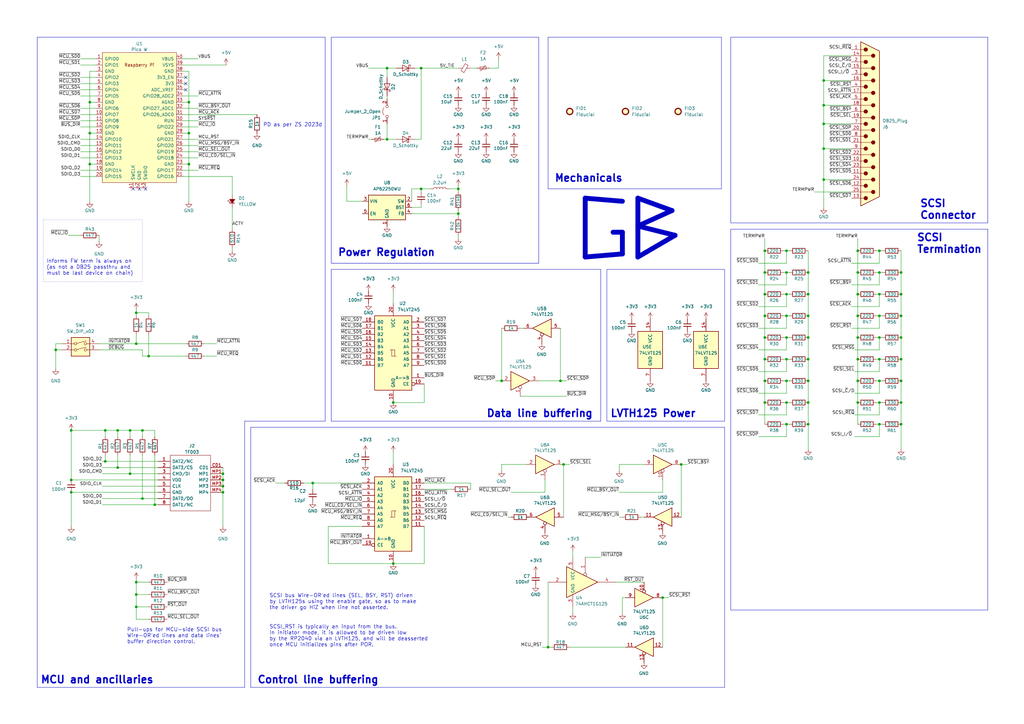
<source format=kicad_sch>
(kicad_sch (version 20230121) (generator eeschema)
  (paper "A3")
  (title_block (title "GBSCSI 2") (date "2024-02-01") (rev "1.0") (comment 1 "Drawn by; George Rudolf Mezzomo") (comment 2 "GBSCSI model 2,DB25 Plug"))
  (junction (at 271.78 245.11))
  (junction (at 43.18 189.23))
  (junction (at 48.26 176.53))
  (junction (at 351.79 156.21))
  (junction (at 172.72 27.94))
  (junction (at 360.68 173.99))
  (junction (at 322.58 165.1))
  (junction (at 158.75 57.15))
  (junction (at 55.88 128.27))
  (junction (at 369.57 173.99))
  (junction (at 331.47 173.99))
  (junction (at 48.26 191.77))
  (junction (at 331.47 120.65))
  (junction (at 369.57 156.21))
  (junction (at 360.68 165.1))
  (junction (at 77.47 67.31))
  (junction (at 63.5 207.01))
  (junction (at 331.47 111.76))
  (junction (at 187.96 87.63))
  (junction (at 360.68 147.32))
  (junction (at 55.88 238.76))
  (junction (at 313.69 138.43))
  (junction (at 55.88 140.97))
  (junction (at 360.68 120.65))
  (junction (at 77.47 54.61))
  (junction (at 351.79 102.87))
  (junction (at 231.14 190.5))
  (junction (at 53.34 194.31))
  (junction (at 337.82 50.8))
  (junction (at 351.79 120.65))
  (junction (at 29.21 201.93))
  (junction (at 337.82 33.02))
  (junction (at 313.69 165.1))
  (junction (at 91.44 199.39))
  (junction (at 322.58 129.54))
  (junction (at 313.69 129.54))
  (junction (at 351.79 129.54))
  (junction (at 351.79 111.76))
  (junction (at 43.18 176.53))
  (junction (at 55.88 248.92))
  (junction (at 36.83 67.31))
  (junction (at 331.47 156.21))
  (junction (at 337.82 60.96))
  (junction (at 322.58 173.99))
  (junction (at 360.68 138.43))
  (junction (at 91.44 196.85))
  (junction (at 205.74 156.21))
  (junction (at 322.58 147.32))
  (junction (at 322.58 120.65))
  (junction (at 322.58 138.43))
  (junction (at 369.57 129.54))
  (junction (at 322.58 156.21))
  (junction (at 331.47 165.1))
  (junction (at 369.57 120.65))
  (junction (at 91.44 194.31))
  (junction (at 55.88 243.84))
  (junction (at 322.58 102.87))
  (junction (at 337.82 73.66))
  (junction (at 351.79 147.32))
  (junction (at 91.44 201.93))
  (junction (at 161.29 165.1))
  (junction (at 369.57 111.76))
  (junction (at 77.47 41.91))
  (junction (at 369.57 138.43))
  (junction (at 128.27 198.12))
  (junction (at 229.87 156.21))
  (junction (at 360.68 156.21))
  (junction (at 360.68 102.87))
  (junction (at 313.69 102.87))
  (junction (at 369.57 165.1))
  (junction (at 331.47 147.32))
  (junction (at 337.82 43.18))
  (junction (at 351.79 138.43))
  (junction (at 313.69 156.21))
  (junction (at 313.69 111.76))
  (junction (at 53.34 176.53))
  (junction (at 369.57 147.32))
  (junction (at 360.68 111.76))
  (junction (at 322.58 111.76))
  (junction (at 36.83 41.91))
  (junction (at 161.29 231.14))
  (junction (at 172.72 77.47))
  (junction (at 313.69 120.65))
  (junction (at 360.68 129.54))
  (junction (at 58.42 176.53))
  (junction (at 279.4 190.5))
  (junction (at 331.47 129.54))
  (junction (at 158.75 27.94))
  (junction (at 313.69 147.32))
  (junction (at 36.83 54.61))
  (junction (at 22.86 143.51))
  (junction (at 58.42 204.47))
  (junction (at 351.79 165.1))
  (junction (at 29.21 196.85))
  (junction (at 187.96 77.47))
  (junction (at 331.47 138.43))
  (junction (at 60.96 146.05))
  (junction (at 29.21 176.53))
  (junction (at 224.79 265.43))
  (no_connect (at 76.2 36.83))
  (no_connect (at 54.61 77.47))
  (no_connect (at 76.2 34.29))
  (no_connect (at 76.2 31.75))
  (no_connect (at 59.69 77.47))
  (no_connect (at 57.15 77.47))
  (wire (pts (xy 95.25 85.09) (xy 95.25 93.98)))
  (wire (pts (xy 359.41 156.21) (xy 360.68 156.21)))
  (wire (pts (xy 187.96 76.2) (xy 187.96 77.47)))
  (wire (pts (xy 29.21 176.53) (xy 43.18 176.53)))
  (wire (pts (xy 39.37 62.23) (xy 33.02 62.23)))
  (wire (pts (xy 55.88 140.97) (xy 76.2 140.97)))
  (wire (pts (xy 74.93 72.39) (xy 95.25 72.39)))
  (wire (pts (xy 151.13 27.94) (xy 158.75 27.94)))
  (wire (pts (xy 240.03 228.6) (xy 246.38 228.6)))
  (wire (pts (xy 48.26 176.53) (xy 43.18 176.53)))
  (wire (pts (xy 313.69 102.87) (xy 313.69 111.76)))
  (wire (pts (xy 128.27 198.12) (xy 148.59 198.12)))
  (wire (pts (xy 134.62 215.9) (xy 134.62 231.14)))
  (wire (pts (xy 41.91 191.77) (xy 48.26 191.77)))
  (wire (pts (xy 41.91 204.47) (xy 58.42 204.47)))
  (wire (pts (xy 55.88 238.76) (xy 55.88 237.49)))
  (wire (pts (xy 311.15 179.07) (xy 322.58 179.07)))
  (wire (pts (xy 359.41 138.43) (xy 360.68 138.43)))
  (wire (pts (xy 64.77 201.93) (xy 29.21 201.93)))
  (wire (pts (xy 313.69 111.76) (xy 313.69 120.65)))
  (wire (pts (xy 60.96 248.92) (xy 55.88 248.92)))
  (wire (pts (xy 74.93 29.21) (xy 77.47 29.21)))
  (wire (pts (xy 254 212.09) (xy 255.27 212.09)))
  (polyline (pts (xy 100.33 281.94) (xy 100.33 172.72)))
  (wire (pts (xy 331.47 111.76) (xy 331.47 120.65)))
  (wire (pts (xy 360.68 165.1) (xy 361.95 165.1)))
  (wire (pts (xy 173.99 231.14) (xy 173.99 215.9)))
  (wire (pts (xy 33.02 96.52) (xy 27.94 96.52)))
  (wire (pts (xy 234.95 251.46) (xy 234.95 248.92)))
  (wire (pts (xy 331.47 138.43) (xy 331.47 147.32)))
  (polyline (pts (xy 297.18 281.94) (xy 297.18 175.26)))
  (wire (pts (xy 53.34 176.53) (xy 48.26 176.53)))
  (wire (pts (xy 359.41 147.32) (xy 360.68 147.32)))
  (wire (pts (xy 158.75 39.37) (xy 158.75 40.64)))
  (wire (pts (xy 161.29 185.42) (xy 161.29 190.5)))
  (wire (pts (xy 233.68 190.5) (xy 231.14 190.5)))
  (polyline (pts (xy 15.24 15.24) (xy 15.24 281.94)))
  (wire (pts (xy 74.93 44.45) (xy 81.28 44.45)))
  (polyline (pts (xy 133.35 172.72) (xy 133.35 15.24)))
  (wire (pts (xy 359.41 111.76) (xy 360.68 111.76)))
  (wire (pts (xy 350.52 143.51) (xy 360.68 143.51)))
  (wire (pts (xy 331.47 120.65) (xy 331.47 129.54)))
  (wire (pts (xy 369.57 111.76) (xy 369.57 120.65)))
  (wire (pts (xy 40.64 143.51) (xy 58.42 143.51)))
  (wire (pts (xy 351.79 165.1) (xy 351.79 173.99)))
  (wire (pts (xy 331.47 102.87) (xy 331.47 111.76)))
  (wire (pts (xy 321.31 173.99) (xy 322.58 173.99)))
  (wire (pts (xy 41.91 194.31) (xy 53.34 194.31)))
  (wire (pts (xy 39.37 64.77) (xy 33.02 64.77)))
  (wire (pts (xy 33.02 34.29) (xy 39.37 34.29)))
  (wire (pts (xy 58.42 143.51) (xy 58.42 146.05)))
  (wire (pts (xy 360.68 143.51) (xy 360.68 138.43)))
  (wire (pts (xy 63.5 176.53) (xy 63.5 179.07)))
  (wire (pts (xy 36.83 41.91) (xy 36.83 54.61)))
  (wire (pts (xy 322.58 170.18) (xy 322.58 165.1)))
  (wire (pts (xy 74.93 46.99) (xy 105.41 46.99)))
  (wire (pts (xy 337.82 33.02) (xy 337.82 43.18)))
  (wire (pts (xy 40.64 99.06) (xy 40.64 96.52)))
  (wire (pts (xy 53.34 194.31) (xy 64.77 194.31)))
  (wire (pts (xy 360.68 147.32) (xy 361.95 147.32)))
  (wire (pts (xy 321.31 138.43) (xy 322.58 138.43)))
  (wire (pts (xy 349.25 107.95) (xy 360.68 107.95)))
  (wire (pts (xy 359.41 102.87) (xy 360.68 102.87)))
  (wire (pts (xy 173.99 198.12) (xy 193.04 198.12)))
  (wire (pts (xy 55.88 248.92) (xy 55.88 243.84)))
  (wire (pts (xy 322.58 161.29) (xy 322.58 156.21)))
  (polyline (pts (xy 276.86 96.52) (xy 261.62 92.71)) (stroke (width 2)))
  (wire (pts (xy 172.72 77.47) (xy 172.72 78.74)))
  (wire (pts (xy 321.31 147.32) (xy 322.58 147.32)))
  (wire (pts (xy 360.68 116.84) (xy 360.68 111.76)))
  (wire (pts (xy 148.59 82.55) (xy 142.24 82.55)))
  (wire (pts (xy 254 201.93) (xy 271.78 201.93)))
  (polyline (pts (xy 246.38 110.49) (xy 135.89 110.49)))
  (wire (pts (xy 322.58 179.07) (xy 322.58 173.99)))
  (wire (pts (xy 39.37 72.39) (xy 33.02 72.39)))
  (wire (pts (xy 43.18 189.23) (xy 64.77 189.23)))
  (wire (pts (xy 351.79 138.43) (xy 351.79 147.32)))
  (wire (pts (xy 22.86 143.51) (xy 22.86 151.13)))
  (wire (pts (xy 193.04 27.94) (xy 195.58 27.94)))
  (polyline (pts (xy 240.03 81.28) (xy 240.03 105.41)) (stroke (width 2)))
  (wire (pts (xy 351.79 156.21) (xy 351.79 165.1)))
  (wire (pts (xy 255.27 245.11) (xy 255.27 251.46)))
  (wire (pts (xy 187.96 27.94) (xy 172.72 27.94)))
  (wire (pts (xy 172.72 77.47) (xy 176.53 77.47)))
  (wire (pts (xy 360.68 134.62) (xy 360.68 129.54)))
  (polyline (pts (xy 261.62 105.41) (xy 276.86 96.52)) (stroke (width 2)))
  (wire (pts (xy 172.72 27.94) (xy 172.72 57.15)))
  (wire (pts (xy 184.15 77.47) (xy 187.96 77.47)))
  (wire (pts (xy 360.68 102.87) (xy 361.95 102.87)))
  (polyline (pts (xy 255.27 82.55) (xy 240.03 81.28)) (stroke (width 2)))
  (wire (pts (xy 168.91 87.63) (xy 187.96 87.63)))
  (wire (pts (xy 322.58 111.76) (xy 323.85 111.76)))
  (wire (pts (xy 48.26 186.69) (xy 48.26 191.77)))
  (wire (pts (xy 88.9 146.05) (xy 83.82 146.05)))
  (wire (pts (xy 29.21 196.85) (xy 29.21 176.53)))
  (wire (pts (xy 311.15 170.18) (xy 322.58 170.18)))
  (wire (pts (xy 41.91 189.23) (xy 43.18 189.23)))
  (wire (pts (xy 124.46 198.12) (xy 128.27 198.12)))
  (wire (pts (xy 271.78 245.11) (xy 271.78 265.43)))
  (wire (pts (xy 41.91 199.39) (xy 64.77 199.39)))
  (polyline (pts (xy 261.62 81.28) (xy 275.59 86.36)) (stroke (width 2)))
  (wire (pts (xy 351.79 97.79) (xy 351.79 102.87)))
  (wire (pts (xy 360.68 125.73) (xy 360.68 120.65)))
  (wire (pts (xy 205.74 190.5) (xy 205.74 193.04)))
  (wire (pts (xy 172.72 57.15) (xy 170.18 57.15)))
  (wire (pts (xy 53.34 186.69) (xy 53.34 194.31)))
  (wire (pts (xy 311.15 134.62) (xy 322.58 134.62)))
  (polyline (pts (xy 246.38 172.72) (xy 246.38 110.49)))
  (polyline (pts (xy 102.87 175.26) (xy 297.18 175.26)))
  (wire (pts (xy 41.91 207.01) (xy 63.5 207.01)))
  (wire (pts (xy 224.79 238.76) (xy 224.79 265.43)))
  (wire (pts (xy 234.95 226.06) (xy 234.95 228.6)))
  (wire (pts (xy 25.4 140.97) (xy 22.86 140.97)))
  (wire (pts (xy 76.2 36.83) (xy 74.93 36.83)))
  (wire (pts (xy 360.68 156.21) (xy 361.95 156.21)))
  (wire (pts (xy 39.37 59.69) (xy 33.02 59.69)))
  (polyline (pts (xy 135.89 110.49) (xy 135.89 172.72)))
  (wire (pts (xy 187.96 96.52) (xy 187.96 97.79)))
  (wire (pts (xy 43.18 186.69) (xy 43.18 189.23)))
  (wire (pts (xy 311.15 152.4) (xy 322.58 152.4)))
  (wire (pts (xy 74.93 41.91) (xy 77.47 41.91)))
  (wire (pts (xy 170.18 27.94) (xy 172.72 27.94)))
  (wire (pts (xy 76.2 31.75) (xy 74.93 31.75)))
  (wire (pts (xy 187.96 87.63) (xy 187.96 88.9)))
  (wire (pts (xy 331.47 165.1) (xy 331.47 173.99)))
  (wire (pts (xy 205.74 190.5) (xy 215.9 190.5)))
  (wire (pts (xy 128.27 200.66) (xy 128.27 198.12)))
  (wire (pts (xy 351.79 111.76) (xy 351.79 120.65)))
  (wire (pts (xy 142.24 82.55) (xy 142.24 76.2)))
  (wire (pts (xy 36.83 41.91) (xy 39.37 41.91)))
  (wire (pts (xy 321.31 120.65) (xy 322.58 120.65)))
  (polyline (pts (xy 261.62 81.28) (xy 261.62 105.41)) (stroke (width 2)))
  (wire (pts (xy 322.58 138.43) (xy 323.85 138.43)))
  (wire (pts (xy 262.89 212.09) (xy 264.16 212.09)))
  (wire (pts (xy 313.69 97.79) (xy 313.69 102.87)))
  (wire (pts (xy 172.72 77.47) (xy 168.91 77.47)))
  (wire (pts (xy 168.91 85.09) (xy 172.72 85.09)))
  (wire (pts (xy 349.25 50.8) (xy 337.82 50.8)))
  (wire (pts (xy 134.62 231.14) (xy 161.29 231.14)))
  (wire (pts (xy 369.57 129.54) (xy 369.57 138.43)))
  (wire (pts (xy 60.96 129.54) (xy 60.96 128.27)))
  (wire (pts (xy 313.69 129.54) (xy 313.69 138.43)))
  (wire (pts (xy 321.31 129.54) (xy 322.58 129.54)))
  (wire (pts (xy 58.42 176.53) (xy 63.5 176.53)))
  (wire (pts (xy 74.93 24.13) (xy 81.28 24.13)))
  (wire (pts (xy 91.44 199.39) (xy 91.44 201.93)))
  (wire (pts (xy 337.82 43.18) (xy 337.82 50.8)))
  (wire (pts (xy 252.73 238.76) (xy 264.16 238.76)))
  (wire (pts (xy 55.88 127) (xy 55.88 128.27)))
  (wire (pts (xy 168.91 77.47) (xy 168.91 82.55)))
  (wire (pts (xy 279.4 190.5) (xy 279.4 212.09)))
  (wire (pts (xy 322.58 125.73) (xy 322.58 120.65)))
  (wire (pts (xy 33.02 44.45) (xy 39.37 44.45)))
  (wire (pts (xy 313.69 147.32) (xy 313.69 156.21)))
  (wire (pts (xy 369.57 120.65) (xy 369.57 129.54)))
  (wire (pts (xy 53.34 176.53) (xy 58.42 176.53)))
  (wire (pts (xy 157.48 57.15) (xy 158.75 57.15)))
  (wire (pts (xy 337.82 22.86) (xy 337.82 33.02)))
  (wire (pts (xy 313.69 120.65) (xy 313.69 129.54)))
  (wire (pts (xy 148.59 215.9) (xy 134.62 215.9)))
  (wire (pts (xy 200.66 27.94) (xy 204.47 27.94)))
  (wire (pts (xy 40.64 140.97) (xy 55.88 140.97)))
  (wire (pts (xy 311.15 107.95) (xy 322.58 107.95)))
  (wire (pts (xy 322.58 116.84) (xy 322.58 111.76)))
  (wire (pts (xy 313.69 156.21) (xy 313.69 165.1)))
  (polyline (pts (xy 275.59 86.36) (xy 275.59 86.36)) (stroke (width 2)))
  (wire (pts (xy 77.47 54.61) (xy 77.47 67.31)))
  (wire (pts (xy 60.96 254) (xy 55.88 254)))
  (wire (pts (xy 349.25 22.86) (xy 337.82 22.86)))
  (wire (pts (xy 55.88 128.27) (xy 60.96 128.27)))
  (wire (pts (xy 217.17 212.09) (xy 215.9 212.09)))
  (wire (pts (xy 311.15 161.29) (xy 322.58 161.29)))
  (wire (pts (xy 311.15 125.73) (xy 322.58 125.73)))
  (wire (pts (xy 322.58 143.51) (xy 322.58 138.43)))
  (wire (pts (xy 113.03 198.12) (xy 116.84 198.12)))
  (wire (pts (xy 158.75 57.15) (xy 162.56 57.15)))
  (wire (pts (xy 359.41 129.54) (xy 360.68 129.54)))
  (wire (pts (xy 224.79 265.43) (xy 226.06 265.43)))
  (wire (pts (xy 360.68 152.4) (xy 360.68 147.32)))
  (wire (pts (xy 360.68 111.76) (xy 361.95 111.76)))
  (wire (pts (xy 220.98 156.21) (xy 229.87 156.21)))
  (wire (pts (xy 322.58 129.54) (xy 323.85 129.54)))
  (wire (pts (xy 74.93 57.15) (xy 81.28 57.15)))
  (wire (pts (xy 33.02 36.83) (xy 39.37 36.83)))
  (wire (pts (xy 33.02 31.75) (xy 39.37 31.75)))
  (wire (pts (xy 369.57 156.21) (xy 369.57 165.1)))
  (wire (pts (xy 74.93 26.67) (xy 92.71 26.67)))
  (wire (pts (xy 91.44 196.85) (xy 91.44 199.39)))
  (wire (pts (xy 322.58 120.65) (xy 323.85 120.65)))
  (wire (pts (xy 359.41 165.1) (xy 360.68 165.1)))
  (wire (pts (xy 95.25 101.6) (xy 95.25 102.87)))
  (wire (pts (xy 60.96 137.16) (xy 60.96 146.05)))
  (wire (pts (xy 58.42 176.53) (xy 58.42 179.07)))
  (wire (pts (xy 322.58 165.1) (xy 323.85 165.1)))
  (wire (pts (xy 22.86 140.97) (xy 22.86 143.51)))
  (wire (pts (xy 321.31 111.76) (xy 322.58 111.76)))
  (wire (pts (xy 369.57 147.32) (xy 369.57 156.21)))
  (wire (pts (xy 222.25 265.43) (xy 224.79 265.43)))
  (polyline (pts (xy 102.87 175.26) (xy 102.87 281.94)))
  (wire (pts (xy 76.2 34.29) (xy 74.93 34.29)))
  (wire (pts (xy 337.82 60.96) (xy 349.25 60.96)))
  (wire (pts (xy 58.42 186.69) (xy 58.42 204.47)))
  (wire (pts (xy 43.18 176.53) (xy 43.18 179.07)))
  (wire (pts (xy 360.68 170.18) (xy 360.68 165.1)))
  (wire (pts (xy 91.44 191.77) (xy 91.44 194.31)))
  (polyline (pts (xy 135.89 172.72) (xy 246.38 172.72)))
  (wire (pts (xy 60.96 243.84) (xy 55.88 243.84)))
  (wire (pts (xy 231.14 190.5) (xy 231.14 212.09)))
  (wire (pts (xy 322.58 134.62) (xy 322.58 129.54)))
  (wire (pts (xy 33.02 26.67) (xy 39.37 26.67)))
  (wire (pts (xy 369.57 138.43) (xy 369.57 147.32)))
  (wire (pts (xy 161.29 231.14) (xy 173.99 231.14)))
  (wire (pts (xy 39.37 29.21) (xy 36.83 29.21)))
  (wire (pts (xy 74.93 67.31) (xy 77.47 67.31)))
  (wire (pts (xy 331.47 147.32) (xy 331.47 156.21)))
  (wire (pts (xy 360.68 161.29) (xy 360.68 156.21)))
  (wire (pts (xy 360.68 129.54) (xy 361.95 129.54)))
  (wire (pts (xy 331.47 173.99) (xy 331.47 184.15)))
  (wire (pts (xy 359.41 173.99) (xy 360.68 173.99)))
  (wire (pts (xy 369.57 173.99) (xy 369.57 184.15)))
  (wire (pts (xy 254 190.5) (xy 254 193.04)))
  (wire (pts (xy 60.96 238.76) (xy 55.88 238.76)))
  (wire (pts (xy 151.13 57.15) (xy 152.4 57.15)))
  (wire (pts (xy 55.88 254) (xy 55.88 248.92)))
  (wire (pts (xy 58.42 146.05) (xy 60.96 146.05)))
  (polyline (pts (xy 261.62 92.71) (xy 261.62 92.71)) (stroke (width 2)))
  (wire (pts (xy 36.83 67.31) (xy 39.37 67.31)))
  (wire (pts (xy 204.47 27.94) (xy 204.47 24.13)))
  (wire (pts (xy 55.88 137.16) (xy 55.88 140.97)))
  (polyline (pts (xy 276.86 96.52) (xy 276.86 96.52)) (stroke (width 2)))
  (wire (pts (xy 33.02 49.53) (xy 39.37 49.53)))
  (wire (pts (xy 274.32 245.11) (xy 271.78 245.11)))
  (wire (pts (xy 74.93 54.61) (xy 77.47 54.61)))
  (wire (pts (xy 281.94 190.5) (xy 279.4 190.5)))
  (wire (pts (xy 36.83 29.21) (xy 36.83 41.91)))
  (wire (pts (xy 36.83 54.61) (xy 36.83 67.31)))
  (wire (pts (xy 350.52 170.18) (xy 360.68 170.18)))
  (polyline (pts (xy 100.33 172.72) (xy 133.35 172.72)))
  (wire (pts (xy 203.2 156.21) (xy 205.74 156.21)))
  (wire (pts (xy 55.88 243.84) (xy 55.88 238.76)))
  (wire (pts (xy 158.75 50.8) (xy 158.75 57.15)))
  (wire (pts (xy 74.93 69.85) (xy 81.28 69.85)))
  (wire (pts (xy 33.02 39.37) (xy 39.37 39.37)))
  (wire (pts (xy 213.36 134.62) (xy 214.63 134.62)))
  (wire (pts (xy 193.04 200.66) (xy 193.04 198.12)))
  (wire (pts (xy 349.25 134.62) (xy 360.68 134.62)))
  (wire (pts (xy 349.25 125.73) (xy 360.68 125.73)))
  (wire (pts (xy 91.44 201.93) (xy 91.44 215.9)))
  (wire (pts (xy 77.47 41.91) (xy 77.47 54.61)))
  (wire (pts (xy 233.68 265.43) (xy 256.54 265.43)))
  (polyline (pts (xy 15.24 281.94) (xy 100.33 281.94)))
  (wire (pts (xy 33.02 46.99) (xy 39.37 46.99)))
  (wire (pts (xy 173.99 157.48) (xy 173.99 165.1)))
  (wire (pts (xy 322.58 173.99) (xy 323.85 173.99)))
  (wire (pts (xy 162.56 27.94) (xy 158.75 27.94)))
  (wire (pts (xy 187.96 86.36) (xy 187.96 87.63)))
  (wire (pts (xy 55.88 128.27) (xy 55.88 129.54)))
  (wire (pts (xy 322.58 147.32) (xy 323.85 147.32)))
  (wire (pts (xy 264.16 190.5) (xy 254 190.5)))
  (wire (pts (xy 91.44 194.31) (xy 91.44 196.85)))
  (wire (pts (xy 39.37 69.85) (xy 33.02 69.85)))
  (wire (pts (xy 359.41 120.65) (xy 360.68 120.65)))
  (polyline (pts (xy 251.46 95.25) (xy 255.27 95.25)) (stroke (width 2)))
  (wire (pts (xy 229.87 134.62) (xy 229.87 156.21)))
  (wire (pts (xy 208.28 212.09) (xy 209.55 212.09)))
  (wire (pts (xy 74.93 39.37) (xy 81.28 39.37)))
  (polyline (pts (xy 261.62 92.71) (xy 275.59 86.36)) (stroke (width 2)))
  (wire (pts (xy 337.82 50.8) (xy 337.82 60.96)))
  (wire (pts (xy 351.79 147.32) (xy 351.79 156.21)))
  (wire (pts (xy 351.79 102.87) (xy 351.79 111.76)))
  (wire (pts (xy 271.78 201.93) (xy 271.78 196.85)))
  (wire (pts (xy 256.54 245.11) (xy 255.27 245.11)))
  (wire (pts (xy 74.93 64.77) (xy 81.28 64.77)))
  (wire (pts (xy 74.93 62.23) (xy 81.28 62.23)))
  (wire (pts (xy 360.68 173.99) (xy 361.95 173.99)))
  (wire (pts (xy 337.82 73.66) (xy 349.25 73.66)))
  (wire (pts (xy 350.52 179.07) (xy 360.68 179.07)))
  (wire (pts (xy 321.31 165.1) (xy 322.58 165.1)))
  (wire (pts (xy 321.31 102.87) (xy 322.58 102.87)))
  (wire (pts (xy 322.58 102.87) (xy 323.85 102.87)))
  (wire (pts (xy 36.83 67.31) (xy 36.83 82.55)))
  (wire (pts (xy 36.83 54.61) (xy 39.37 54.61)))
  (wire (pts (xy 74.93 59.69) (xy 81.28 59.69)))
  (wire (pts (xy 360.68 138.43) (xy 361.95 138.43)))
  (wire (pts (xy 349.25 116.84) (xy 360.68 116.84)))
  (wire (pts (xy 53.34 176.53) (xy 53.34 179.07)))
  (wire (pts (xy 63.5 186.69) (xy 63.5 207.01)))
  (wire (pts (xy 232.41 162.56) (xy 213.36 162.56)))
  (wire (pts (xy 313.69 165.1) (xy 313.69 173.99)))
  (wire (pts (xy 360.68 179.07) (xy 360.68 173.99)))
  (wire (pts (xy 39.37 57.15) (xy 33.02 57.15)))
  (wire (pts (xy 311.15 143.51) (xy 322.58 143.51)))
  (wire (pts (xy 161.29 119.38) (xy 161.29 124.46)))
  (wire (pts (xy 33.02 52.07) (xy 39.37 52.07)))
  (wire (pts (xy 322.58 156.21) (xy 323.85 156.21)))
  (wire (pts (xy 360.68 120.65) (xy 361.95 120.65)))
  (wire (pts (xy 232.41 156.21) (xy 229.87 156.21)))
  (wire (pts (xy 63.5 207.01) (xy 64.77 207.01)))
  (wire (pts (xy 321.31 156.21) (xy 322.58 156.21)))
  (wire (pts (xy 223.52 201.93) (xy 223.52 196.85)))
  (polyline (pts (xy 102.87 281.94) (xy 297.18 281.94)))
  (wire (pts (xy 64.77 196.85) (xy 29.21 196.85)))
  (wire (pts (xy 74.93 52.07) (xy 81.28 52.07)))
  (wire (pts (xy 322.58 152.4) (xy 322.58 147.32)))
  (wire (pts (xy 350.52 161.29) (xy 360.68 161.29)))
  (wire (pts (xy 185.42 200.66) (xy 173.99 200.66)))
  (wire (pts (xy 33.02 24.13) (xy 39.37 24.13)))
  (wire (pts (xy 313.69 138.43) (xy 313.69 147.32)))
  (wire (pts (xy 95.25 72.39) (xy 95.25 80.01)))
  (wire (pts (xy 74.93 49.53) (xy 81.28 49.53)))
  (polyline (pts (xy 240.03 105.41) (xy 255.27 104.14)) (stroke (width 2)))
  (wire (pts (xy 337.82 60.96) (xy 337.82 73.66)))
  (wire (pts (xy 29.21 201.93) (xy 29.21 215.9)))
  (wire (pts (xy 369.57 102.87) (xy 369.57 111.76)))
  (wire (pts (xy 331.47 129.54) (xy 331.47 138.43)))
  (wire (pts (xy 360.68 107.95) (xy 360.68 102.87)))
  (wire (pts (xy 48.26 191.77) (xy 64.77 191.77)))
  (wire (pts (xy 22.86 143.51) (xy 25.4 143.51)))
  (wire (pts (xy 88.9 140.97) (xy 83.82 140.97)))
  (wire (pts (xy 351.79 120.65) (xy 351.79 129.54)))
  (wire (pts (xy 337.82 73.66) (xy 337.82 85.09)))
  (wire (pts (xy 172.72 85.09) (xy 172.72 83.82)))
  (wire (pts (xy 205.74 134.62) (xy 205.74 156.21)))
  (wire (pts (xy 334.01 78.74) (xy 349.25 78.74)))
  (wire (pts (xy 369.57 165.1) (xy 369.57 173.99)))
  (wire (pts (xy 351.79 129.54) (xy 351.79 138.43)))
  (wire (pts (xy 350.52 152.4) (xy 360.68 152.4)))
  (wire (pts (xy 209.55 201.93) (xy 223.52 201.93)))
  (wire (pts (xy 331.47 156.21) (xy 331.47 165.1)))
  (wire (pts (xy 322.58 107.95) (xy 322.58 102.87)))
  (wire (pts (xy 337.82 43.18) (xy 349.25 43.18)))
  (wire (pts (xy 77.47 29.21) (xy 77.47 41.91)))
  (wire (pts (xy 311.15 116.84) (xy 322.58 116.84)))
  (wire (pts (xy 173.99 165.1) (xy 161.29 165.1)))
  (wire (pts (xy 77.47 67.31) (xy 77.47 82.55)))
  (wire (pts (xy 48.26 179.07) (xy 48.26 176.53)))
  (polyline (pts (xy 255.27 104.14) (xy 255.27 95.25)) (stroke (width 2)))
  (wire (pts (xy 337.82 33.02) (xy 349.25 33.02)))
  (wire (pts (xy 187.96 77.47) (xy 187.96 78.74)))
  (wire (pts (xy 58.42 204.47) (xy 64.77 204.47)))
  (polyline (pts (xy 133.35 15.24) (xy 15.24 15.24)))
  (wire (pts (xy 158.75 27.94) (xy 158.75 31.75)))
  (wire (pts (xy 60.96 146.05) (xy 76.2 146.05)))
  (rectangle (start 299.72 93.98) (end 405.13 250.19))
  (rectangle (start 224.79 15.24) (end 295.91 77.47))
  (rectangle (start 248.92 110.49) (end 297.18 172.72))
  (rectangle (start 299.72 15.24) (end 405.13 91.44))
  (rectangle (start 17.78 90.17) (end 58.42 115.57) (stroke (width 0) (type dot)))
  (rectangle (start 135.89 15.24) (end 220.98 107.95))
  (text "PD as per ZS 2023d\n\n" (at 107.95 54.61 0) (effects (font (size 1.524 1.524)) (justify left bottom)))
  (text "Pull-ups for MCU-side SCSI bus\nWire-OR'ed lines and data lines'\nbuffer direction control." (at 52.07 264.16 0) (effects (font (size 1.524 1.524)) (justify left bottom)))
  (text "MCU and ancillaries" (at 16.51 280.67 0) (effects (font (size 3 3) (thickness 0.6) bold) (justify left bottom)))
  (text "SCSI_RST is typically an input from the bus.\nIn initiator mode, it is allowed to be driven low\nby the RP2040 via an LVTH125, and will be deasserted\nonce MCU initializes pins after POR." (at 110.49 265.43 0) (effects (font (size 1.524 1.524)) (justify left bottom)))
  (text "Data line buffering" (at 199.39 171.45 0) (effects (font (size 3 3) (thickness 0.6) bold) (justify left bottom)))
  (text "LVTH125 Power" (at 250.19 171.45 0) (effects (font (size 3 3) (thickness 0.6) bold) (justify left bottom)))
  (text "Power Regulation" (at 138.43 105.41 0) (effects (font (size 3 3) (thickness 0.6) bold) (justify left bottom)))
  (text "SCSI\nConnector\n" (at 377.19 90.17 0) (effects (font (size 3 3) (thickness 0.6) bold) (justify left bottom)))
  (text "Mechanicals" (at 227.33 74.93 0) (effects (font (size 3 3) (thickness 0.6) bold) (justify left bottom)))
  (text "Informs FW term is always on\n(as not a DB25 passthru and\nmust be last device on chain)" (at 19.05 113.03 0) (effects (font (size 1.524 1.524)) (justify left bottom)))
  (text "Control line buffering" (at 105.41 280.67 0) (effects (font (size 3 3) (thickness 0.6) bold) (justify left bottom)))
  (text "SCSI bus Wire-OR'ed lines (SEL, BSY, RST) driven\nby LVTH125s using the enable gate, so as to make\nthe driver go HiZ when line not asserted." (at 110.49 250.19 0) (effects (font (size 1.524 1.524)) (justify left bottom)))
  (text "SCSI\nTermination" (at 375.92 104.14 0) (effects (font (size 3 3) (thickness 0.6) bold) (justify left bottom)))
  (label "~{SCSI_BSY}" (at 349.25 116.84 180))
  (label "~{MCU_REQ}" (at 88.9 146.05 0))
  (label "~{MCU_SD5}" (at 148.59 137.16 180))
  (label "~{MCU_CD{slash}SEL_IN}" (at 208.28 212.09 180))
  (label "~{SCSI_MSG}" (at 349.25 25.4 180))
  (label "SCSI_~{REQ}" (at 173.99 213.36 0))
  (label "~{INITIATOR}" (at 148.59 220.98 180))
  (label "~{SCSI_SD5}" (at 173.99 137.16 0))
  (label "VBUS" (at 151.13 27.94 180))
  (label "SDIO_D3" (at 33.02 72.39 180))
  (label "~{BUS_DIR}" (at 173.99 154.94 0))
  (label "~{MCU_REQ}" (at 148.59 213.36 180))
  (label "SDIO_CMD" (at 41.91 194.31 180))
  (label "~{DEBUG}" (at 44.45 143.51 0))
  (label "SDIO_D2" (at 41.91 189.23 180))
  (label "~{MCU_ACK}" (at 173.99 198.12 0))
  (label "~{SCSI_SD4}" (at 173.99 139.7 0))
  (label "~{SCSI_SD3}" (at 311.15 134.62 180))
  (label "SCSI_~{REQ}" (at 350.52 170.18 180))
  (label "~{SCSI_SDP}" (at 349.25 53.34 180))
  (label "~{SCSI_SD2}" (at 173.99 144.78 0))
  (label "~{SCSI_SD7}" (at 311.15 170.18 180))
  (label "~{SCSI_SD7}" (at 349.25 81.28 180))
  (label "VBUS" (at 81.28 24.13 0))
  (label "~{SCSI_SD0}" (at 311.15 107.95 180))
  (label "~{INITIATOR}" (at 246.38 228.6 0))
  (label "~{SCSI_SD1}" (at 173.99 147.32 0))
  (label "TERMPWR" (at 351.79 97.79 180))
  (label "~{MCU_SD7}" (at 33.02 46.99 180))
  (label "~{INITIATOR}" (at 44.45 140.97 0))
  (label "~{SCSI_SDP}" (at 311.15 179.07 180))
  (label "~{MCU_IO}" (at 81.28 52.07 0))
  (label "~{MCU_SD3}" (at 33.02 34.29 180))
  (label "~{BUS_DIR}" (at 33.02 52.07 180))
  (label "SYS~{RST}" (at 81.28 49.53 0))
  (label "~{SCSI_ACK}" (at 113.03 198.12 180))
  (label "~{MCU_SD5}" (at 33.02 39.37 180))
  (label "~{MCU_ACK}" (at 81.28 46.99 0))
  (label "SDIO_D1" (at 33.02 64.77 180))
  (label "SCSI_~{ATTN}" (at 349.25 107.95 180))
  (label "~{SCSI_SEL}" (at 233.68 190.5 0))
  (label "~{MCU_SD1}" (at 148.59 147.32 180))
  (label "SCSI_I{slash}~{O} " (at 350.52 179.07 180))
  (label "SCSI_~{ATTN}" (at 148.59 203.2 180))
  (label "SCSI_I{slash}~{O} " (at 349.25 30.48 180))
  (label "~{MCU_SD3}" (at 148.59 142.24 180))
  (label "SDIO_D1" (at 41.91 207.01 180))
  (label "~{SCSI_SD7}" (at 173.99 132.08 0))
  (label "~{SCSI_ACK}" (at 349.25 125.73 180))
  (label "SCSI_~{C}{slash}D" (at 349.25 27.94 180))
  (label "~{MCU_ATTN}" (at 81.28 39.37 0))
  (label "~{SCSI_SD1}" (at 349.25 58.42 180))
  (label "~{MCU_SEL_OUT}" (at 81.28 62.23 0))
  (label "SDIO_D0" (at 41.91 204.47 180))
  (label "~{MCU_BSY_OUT}" (at 81.28 44.45 0))
  (label "~{SCSI_SEL}" (at 349.25 48.26 180))
  (label "~{SCSI_SD3}" (at 349.25 66.04 180))
  (label "~{MCU_SD4}" (at 33.02 36.83 180))
  (label "~{SCSI_BSY}" (at 349.25 45.72 180))
  (label "~{MCU_ATTN}" (at 88.9 140.97 0))
  (label "5V_TIE" (at 180.34 27.94 0))
  (label "SDIO_CLK" (at 41.91 199.39 180))
  (label "~{MCU_CD{slash}SEL_IN}" (at 148.59 208.28 180))
  (label "TERMPWR" (at 334.01 78.74 180))
  (label "SDIO_D2" (at 33.02 69.85 180))
  (label "TERMPWR" (at 313.69 97.79 180))
  (label "~{SCSI_SD0}" (at 173.99 149.86 0))
  (label "SCSI_~{ATTN}" (at 349.25 38.1 180))
  (label "~{MCU_SD2}" (at 33.02 31.75 180))
  (label "SCSI_~{C}{slash}D" (at 173.99 208.28 0))
  (label "~{MCU_SEL_OUT}" (at 68.58 254 0))
  (label "~{MCU_REQ}" (at 81.28 69.85 0))
  (label "MCU_RST" (at 222.25 265.43 180))
  (label "~{SCSI_SD3}" (at 173.99 142.24 0))
  (label "~{MCU_SD4}" (at 148.59 139.7 180))
  (label "SDIO_D0" (at 33.02 62.23 180))
  (label "SDIO_CMD" (at 33.02 59.69 180))
  (label "~{SCSI_SD6}" (at 173.99 134.62 0))
  (label "~{MCU_BSY_OUT}" (at 148.59 223.52 180))
  (label "SDIO_D3" (at 41.91 191.77 180))
  (label "~{SCSI_SD5}" (at 349.25 71.12 180))
  (label "~{SCSI_SD5}" (at 311.15 152.4 180))
  (label "~{MCU_SD7}" (at 148.59 132.08 180))
  (label "~{SCSI_SD2}" (at 349.25 63.5 180))
  (label "~{MCU_MSG{slash}BSY_IN}" (at 254 212.09 180))
  (label "~{MCU_SEL_OUT}" (at 209.55 201.93 180))
  (label "~{SCSI_SD4}" (at 311.15 143.51 180))
  (label "~{MCU_SD6}" (at 148.59 134.62 180))
  (label "~{SCSI_SD4}" (at 349.25 68.58 180))
  (label "~{MCU_CD{slash}SEL_IN}" (at 81.28 64.77 0))
  (label "~{SCSI_RST}" (at 349.25 134.62 180))
  (label "~{SCSI_SD0}" (at 349.25 55.88 180))
  (label "SCSI_~{REQ}" (at 349.25 20.32 180))
  (label "~{SCSI_SD1}" (at 311.15 116.84 180))
  (label "~{SCSI_BSY}" (at 281.94 190.5 0))
  (label "~{MCU_MSG{slash}BSY_IN}" (at 148.59 210.82 180))
  (label "~{SCSI_MSG}" (at 173.99 210.82 0))
  (label "~{SCSI_ACK}" (at 349.25 40.64 180))
  (label "~{MCU_SD6}" (at 33.02 44.45 180))
  (label "~{MCU_BSY_OUT}" (at 68.58 243.84 0))
  (label "~{RST_OUT}" (at 68.58 248.92 0))
  (label "~{RST_OUT}" (at 264.16 238.76 180))
  (label "~{MCU_BSY_OUT}" (at 254 201.93 180))
  (label "~{SCSI_SEL}" (at 350.52 152.4 180))
  (label "~{MCU_IO}" (at 27.94 96.52 180))
  (label "~{SCSI_MSG}" (at 350.52 143.51 180))
  (label "~{MCU_SD2}" (at 148.59 144.78 180))
  (label "~{SCSI_SD2}" (at 311.15 125.73 180))
  (label "~{MCU_ATTN}" (at 173.99 203.2 0))
  (label "~{BUS_DIR}" (at 68.58 238.76 0))
  (label "~{MCU_IO}" (at 148.59 205.74 180))
  (label "~{MCU_SDP}" (at 33.02 49.53 180))
  (label "TERMPWR" (at 151.13 57.15 180))
  (label "~{SCSI_RST}" (at 274.32 245.11 0))
  (label "~{SCSI_SD6}" (at 349.25 76.2 180))
  (label "~{MCU_SDP}" (at 203.2 156.21 180))
  (label "MCU_RST" (at 81.28 57.15 0))
  (label "~{MCU_SD1}" (at 33.02 26.67 180))
  (label "~{SCSI_RST}" (at 349.25 35.56 180))
  (label "~{SCSI_ACK}" (at 148.59 200.66 180))
  (label "SDIO_CLK" (at 33.02 57.15 180))
  (label "SCSI_~{C}{slash}D" (at 350.52 161.29 180))
  (label "ACTY" (at 95.25 92.71 0))
  (label "~{BUS_DIR}" (at 232.41 162.56 0))
  (label "SCSI_I{slash}~{O} " (at 173.99 205.74 0))
  (label "~{SCSI_SD6}" (at 311.15 161.29 180))
  (label "~{MCU_SD0}" (at 33.02 24.13 180))
  (label "~{SCSI_SDP}" (at 232.41 156.21 0))
  (label "~{MCU_MSG{slash}BSY_IN}" (at 81.28 59.69 0))
  (label "~{MCU_SD0}" (at 148.59 149.86 180))
  (symbol (lib_id "zuluscsi-rescue:R") (at 317.5 120.65 90) (mirror x) (unit 1)
    (property "Reference" "R26" (at 317.5 123.19 90))
    (property "Value" "220" (at 317.5 120.65 90))
    (property "Footprint" "Resistor_SMD:R_0603_1608Metric" (effects hide))
    (property "LCSC" "C22962" (effects hide))
  )
  (symbol (lib_id "zuluscsi-rescue:R") (at 317.5 102.87 90) (mirror x) (unit 1)
    (property "Reference" "R22" (at 317.5 105.41 90))
    (property "Value" "220" (at 317.5 102.87 90))
    (property "Footprint" "Resistor_SMD:R_0603_1608Metric" (effects hide))
    (property "LCSC" "C22962" (effects hide))
  )
  (symbol (lib_id "zuluscsi-rescue:+5V") (at 92.71 26.67 0) (unit 1)
    (property "Reference" "#PWR013" (effects hide))
    (property "Value" "+5V" (at 92.71 21.59 0))
  )
  (symbol (lib_id "zuluscsi-rescue:R") (at 355.6 111.76 90) (mirror x) (unit 1)
    (property "Reference" "R45" (at 355.6 114.3 90))
    (property "Value" "220" (at 355.6 111.76 90))
    (property "Footprint" "Resistor_SMD:R_0603_1608Metric" (effects hide))
    (property "LCSC" "C22962" (effects hide))
  )
  (symbol (lib_id "zuluscsi-rescue:R") (at 365.76 147.32 90) (mirror x) (unit 1)
    (property "Reference" "R58" (at 365.76 149.86 90))
    (property "Value" "330" (at 365.76 147.32 90))
    (property "Footprint" "Resistor_SMD:R_0603_1608Metric" (effects hide))
    (property "LCSC" "C23138" (effects hide))
  )
  (symbol (lib_id "Mechanical:Fiducial") (at 233.68 45.72 0) (unit 1)
    (property "Reference" "FID1" (at 236.22 44.45 0) (effects (justify left)))
    (property "Value" "Fiducial" (at 236.22 46.99 0) (effects (justify left)))
    (property "Footprint" "Fiducial:Fiducial_0.5mm_Mask1mm" (effects hide))
    (property "LCSC" "N/A" (effects hide))
  )
  (symbol (lib_id "zuluscsi-rescue:R") (at 365.76 156.21 90) (mirror x) (unit 1)
    (property "Reference" "R59" (at 365.76 158.75 90))
    (property "Value" "330" (at 365.76 156.21 90))
    (property "Footprint" "Resistor_SMD:R_0603_1608Metric" (effects hide))
    (property "LCSC" "C23138" (effects hide))
  )
  (symbol (lib_id "74xx:74LS245") (at 161.29 210.82 0) (unit 1)
    (property "Reference" "U3" (at 166.37 190.5 0))
    (property "Value" "74LVT245" (at 168.91 193.04 0))
    (property "Footprint" "Package_SO:SSOP-20_5.3x7.2mm_P0.65mm" (effects hide))
    (property "Datasheet" "http://www.ti.com/lit/gpn/sn74LS245" (effects hide))
    (property "LCSC" "C2652121" (effects hide))
  )
  (symbol (lib_id "power:+3.3V") (at 151.13 119.38 0) (unit 1)
    (property "Reference" "#PWR019" (effects hide))
    (property "Value" "+3.3V" (at 151.13 114.3 0))
  )
  (symbol (lib_id "zuluscsi-rescue:GND") (at 77.47 82.55 0) (unit 1)
    (property "Reference" "#PWR011" (effects hide))
    (property "Value" "GND" (at 77.47 86.36 0))
  )
  (symbol (lib_id "zuluscsi-rescue:+5V") (at 199.39 38.1 0) (mirror y) (unit 1)
    (property "Reference" "#PWR075" (effects hide))
    (property "Value" "+5V" (at 199.39 33.02 0))
  )
  (symbol (lib_id "zuluscsi-rescue:R") (at 60.96 133.35 0) (unit 1)
    (property "Reference" "R6" (at 62.992 133.35 90))
    (property "Value" "1k" (at 60.96 133.35 90))
    (property "Footprint" "Resistor_SMD:R_0603_1608Metric" (effects hide))
    (property "LCSC" "C21190" (effects hide))
  )
  (symbol (lib_id "zuluscsi-rescue:GND") (at 205.74 193.04 0) (mirror y) (unit 1)
    (property "Reference" "#PWR026" (effects hide))
    (property "Value" "GND" (at 205.613 197.4342 0))
  )
  (symbol (lib_id "74xx:74LVC125") (at 289.56 143.51 0) (unit 5)
    (property "Reference" "U6" (at 288.29 142.24 0))
    (property "Value" "74LVT125" (at 289.56 144.78 0))
    (property "Footprint" "Package_SO:TSSOP-14_4.4x5mm_P0.65mm" (effects hide))
    (property "Datasheet" "http://www.ti.com/lit/gpn/sn74LVC125" (effects hide))
    (property "LCSC" "C7042" (effects hide))
  )
  (symbol (lib_id "power:+3.3V") (at 149.86 185.42 0) (unit 1)
    (property "Reference" "#PWR017" (effects hide))
    (property "Value" "+3.3V" (at 149.86 180.34 0))
  )
  (symbol (lib_id "power:+3.3V") (at 161.29 185.42 0) (unit 1)
    (property "Reference" "#PWR061" (effects hide))
    (property "Value" "+3.3V" (at 161.29 180.34 0))
  )
  (symbol (lib_id "zuluscsi-rescue:GND") (at 161.29 165.1 0) (unit 1)
    (property "Reference" "#PWR022" (effects hide))
    (property "Value" "GND" (at 161.29 168.91 0))
  )
  (symbol (lib_id "zuluscsi-rescue:C_Small") (at 187.96 59.69 0) (unit 1)
    (property "Reference" "C12" (at 185.6486 58.5216 0) (effects (justify right)))
    (property "Value" "22uF" (at 185.6486 60.833 0) (effects (justify right)))
    (property "Footprint" "Capacitor_SMD:C_0603_1608Metric" (effects hide))
    (property "LCSC" "C59461" (effects hide))
  )
  (symbol (lib_id "zuluscsi-rescue:C_Small") (at 259.08 133.35 0) (unit 1)
    (property "Reference" "C5" (at 256.7686 132.1816 0) (effects (justify right)))
    (property "Value" "100nF" (at 256.7686 134.493 0) (effects (justify right)))
    (property "Footprint" "Capacitor_SMD:C_0603_1608Metric" (effects hide))
    (property "LCSC" "C14663" (effects hide))
  )
  (symbol (lib_id "zuluscsi-rescue:R") (at 327.66 165.1 90) (mirror x) (unit 1)
    (property "Reference" "R37" (at 327.66 167.64 90))
    (property "Value" "330" (at 327.66 165.1 90))
    (property "Footprint" "Resistor_SMD:R_0603_1608Metric" (effects hide))
    (property "LCSC" "C23138" (effects hide))
  )
  (symbol (lib_id "power:+3.3V") (at 161.29 119.38 0) (unit 1)
    (property "Reference" "#PWR062" (effects hide))
    (property "Value" "+3.3V" (at 161.29 114.3 0))
  )
  (symbol (lib_id "zuluscsi-rescue:GND") (at 95.25 102.87 0) (mirror y) (unit 1)
    (property "Reference" "#PWR014" (effects hide))
    (property "Value" "GND" (at 95.25 106.68 0))
  )
  (symbol (lib_id "74xx:74LVC125") (at 264.16 265.43 0) (mirror y) (unit 4)
    (property "Reference" "U6" (at 264.16 257.3782 0))
    (property "Value" "74LVT125" (at 264.16 259.6896 0))
    (property "Footprint" "Package_SO:TSSOP-14_4.4x5mm_P0.65mm" (effects hide))
    (property "Datasheet" "http://www.ti.com/lit/gpn/sn74LVC125" (effects hide))
    (property "LCSC" "C7042" (effects hide))
  )
  (symbol (lib_id "74xx:74LVC125") (at 223.52 190.5 0) (unit 1)
    (property "Reference" "U6" (at 223.52 182.4482 0))
    (property "Value" "74LVT125" (at 223.52 184.7596 0))
    (property "Footprint" "Package_SO:TSSOP-14_4.4x5mm_P0.65mm" (effects hide))
    (property "Datasheet" "http://www.ti.com/lit/gpn/sn74LVC125" (effects hide))
    (property "LCSC" "C7042" (effects hide))
  )
  (symbol (lib_id "zuluscsi-rescue:R") (at 327.66 147.32 90) (mirror x) (unit 1)
    (property "Reference" "R33" (at 327.66 149.86 90))
    (property "Value" "330" (at 327.66 147.32 90))
    (property "Footprint" "Resistor_SMD:R_0603_1608Metric" (effects hide))
    (property "LCSC" "C23138" (effects hide))
  )
  (symbol (lib_id "zuluscsi-rescue:R") (at 80.01 140.97 90) (unit 1)
    (property "Reference" "R8" (at 80.01 138.43 90))
    (property "Value" "4k7" (at 80.01 140.97 90))
    (property "Footprint" "Resistor_SMD:R_0603_1608Metric" (effects hide))
    (property "LCSC" "C23162" (effects hide))
  )
  (symbol (lib_id "zuluscsi-rescue:GND") (at 210.82 62.23 0) (unit 1)
    (property "Reference" "#PWR074" (effects hide))
    (property "Value" "GND" (at 210.82 66.04 0))
  )
  (symbol (lib_id "zuluscsi-rescue:R") (at 365.76 102.87 90) (mirror x) (unit 1)
    (property "Reference" "R53" (at 365.76 105.41 90))
    (property "Value" "330" (at 365.76 102.87 90))
    (property "Footprint" "Resistor_SMD:R_0603_1608Metric" (effects hide))
    (property "LCSC" "C23138" (effects hide))
  )
  (symbol (lib_id "zuluscsi-rescue:GND") (at 199.39 43.18 0) (unit 1)
    (property "Reference" "#PWR076" (effects hide))
    (property "Value" "GND" (at 199.39 46.99 0))
  )
  (symbol (lib_id "zuluscsi-rescue:D_Schottky") (at 166.37 27.94 0) (mirror y) (unit 1)
    (property "Reference" "D3" (at 166.37 25.4 0))
    (property "Value" "D_Schottky" (at 166.37 30.48 0))
    (property "Footprint" "Diode_SMD:D_SOD-123" (effects hide))
    (property "LCSC" "C8598" (effects hide))
  )
  (symbol (lib_id "Mechanical:Fiducial") (at 278.13 45.72 0) (unit 1)
    (property "Reference" "FID3" (at 280.67 44.45 0) (effects (justify left)))
    (property "Value" "Fiducial" (at 280.67 46.99 0) (effects (justify left)))
    (property "Footprint" "Fiducial:Fiducial_0.5mm_Mask1mm" (effects hide))
    (property "LCSC" "N/A" (effects hide))
  )
  (symbol (lib_id "zuluscsi-rescue:R") (at 355.6 138.43 90) (mirror x) (unit 1)
    (property "Reference" "R48" (at 355.6 140.97 90))
    (property "Value" "220" (at 355.6 138.43 90))
    (property "Footprint" "Resistor_SMD:R_0603_1608Metric" (effects hide))
    (property "LCSC" "C22962" (effects hide))
  )
  (symbol (lib_id "zuluscsi-rescue:R") (at 317.5 111.76 90) (mirror x) (unit 1)
    (property "Reference" "R24" (at 317.5 114.3 90))
    (property "Value" "220" (at 317.5 111.76 90))
    (property "Footprint" "Resistor_SMD:R_0603_1608Metric" (effects hide))
    (property "LCSC" "C22962" (effects hide))
  )
  (symbol (lib_id "zuluscsi-rescue:R") (at 63.5 182.88 180) (unit 1)
    (property "Reference" "R7" (at 61.468 182.88 90))
    (property "Value" "4k7" (at 63.5 182.88 90))
    (property "Footprint" "Resistor_SMD:R_0603_1608Metric" (effects hide))
    (property "LCSC" "C23162" (effects hide))
  )
  (symbol (lib_id "zuluscsi-rescue:GND") (at 149.86 190.5 0) (unit 1)
    (property "Reference" "#PWR018" (effects hide))
    (property "Value" "GND" (at 149.86 194.31 0))
  )
  (symbol (lib_id "zuluscsi-rescue:R") (at 187.96 82.55 0) (mirror y) (unit 1)
    (property "Reference" "R41" (at 185.42 82.55 90))
    (property "Value" "31k6" (at 187.96 82.55 90))
    (property "Footprint" "Resistor_SMD:R_0603_1608Metric" (effects hide))
    (property "LCSC" "C25967" (effects hide))
  )
  (symbol (lib_id "power:GND") (at 22.86 151.13 0) (unit 1)
    (property "Reference" "#PWR02" (effects hide))
    (property "Value" "GND" (at 22.86 156.21 0))
  )
  (symbol (lib_id "zuluscsi-rescue:GND") (at 151.13 124.46 0) (unit 1)
    (property "Reference" "#PWR020" (effects hide))
    (property "Value" "GND" (at 151.13 128.27 0))
  )
  (symbol (lib_id "zuluscsi-rescue:+5V") (at 204.47 24.13 0) (unit 1)
    (property "Reference" "#PWR031" (effects hide))
    (property "Value" "+5V" (at 204.47 19.05 0))
  )
  (symbol (lib_id "zuluscsi-rescue:GND") (at 254 193.04 0) (mirror y) (unit 1)
    (property "Reference" "#PWR032" (effects hide))
    (property "Value" "GND" (at 253.873 197.4342 0))
  )
  (symbol (lib_id "zuluscsi-rescue:+5V") (at 142.24 76.2 0) (unit 1)
    (property "Reference" "#PWR063" (effects hide))
    (property "Value" "+5V" (at 142.24 71.12 0))
  )
  (symbol (lib_id "74xx:74LVC125") (at 271.78 190.5 0) (unit 3)
    (property "Reference" "U5" (at 271.78 182.4482 0))
    (property "Value" "74LVT125" (at 271.78 184.7596 0))
    (property "Footprint" "Package_SO:TSSOP-14_4.4x5mm_P0.65mm" (effects hide))
    (property "Datasheet" "http://www.ti.com/lit/gpn/sn74LVC125" (effects hide))
    (property "LCSC" "C7042" (effects hide))
  )
  (symbol (lib_id "power:+3.3V") (at 219.71 234.95 0) (unit 1)
    (property "Reference" "#PWR025" (effects hide))
    (property "Value" "+3.3V" (at 219.71 229.87 0))
  )
  (symbol (lib_id "zuluscsi-rescue:C_Small") (at 149.86 187.96 0) (unit 1)
    (property "Reference" "C3" (at 147.5486 186.7916 0) (effects (justify right)))
    (property "Value" "100nF" (at 147.5486 189.103 0) (effects (justify right)))
    (property "Footprint" "Capacitor_SMD:C_0603_1608Metric" (effects hide))
    (property "LCSC" "C14663" (effects hide))
  )
  (symbol (lib_id "zuluscsi-rescue:R") (at 355.6 102.87 90) (mirror x) (unit 1)
    (property "Reference" "R44" (at 355.6 105.41 90))
    (property "Value" "220" (at 355.6 102.87 90))
    (property "Footprint" "Resistor_SMD:R_0603_1608Metric" (effects hide))
    (property "LCSC" "C22962" (effects hide))
  )
  (symbol (lib_id "power:+3.3V") (at 259.08 130.81 0) (unit 1)
    (property "Reference" "#PWR044" (effects hide))
    (property "Value" "+3.3V" (at 259.08 125.73 0))
  )
  (symbol (lib_id "zuluscsi-rescue:GND") (at 161.29 231.14 0) (unit 1)
    (property "Reference" "#PWR023" (effects hide))
    (property "Value" "GND" (at 161.29 234.95 0))
  )
  (symbol (lib_id "zuluscsi-rescue:R") (at 64.77 254 90) (mirror x) (unit 1)
    (property "Reference" "R13" (at 64.77 251.46 90))
    (property "Value" "4k7" (at 64.77 254 90))
    (property "Footprint" "Resistor_SMD:R_0603_1608Metric" (effects hide))
    (property "LCSC" "C23162" (effects hide))
  )
  (symbol (lib_id "zuluscsi-rescue:R") (at 189.23 200.66 90) (mirror x) (unit 1)
    (property "Reference" "R17" (at 189.23 203.2 90))
    (property "Value" "1k" (at 189.23 200.66 90))
    (property "Footprint" "Resistor_SMD:R_0603_1608Metric" (effects hide))
    (property "LCSC" "C21190" (effects hide))
  )
  (symbol (lib_id "zuluscsi-rescue:R") (at 36.83 96.52 270) (mirror x) (unit 1)
    (property "Reference" "R43" (at 36.83 93.98 90))
    (property "Value" "4k7" (at 36.83 96.52 90))
    (property "Footprint" "Resistor_SMD:R_0603_1608Metric" (effects hide))
    (property "LCSC" "C23162" (effects hide))
  )
  (symbol (lib_id "power:+3.3V") (at 187.96 76.2 0) (unit 1)
    (property "Reference" "#PWR065" (effects hide))
    (property "Value" "+3.3V" (at 187.96 71.12 0))
  )
  (symbol (lib_id "zuluscsi-rescue:R") (at 317.5 165.1 90) (mirror x) (unit 1)
    (property "Reference" "R36" (at 317.5 167.64 90))
    (property "Value" "220" (at 317.5 165.1 90))
    (property "Footprint" "Resistor_SMD:R_0603_1608Metric" (effects hide))
    (property "LCSC" "C22962" (effects hide))
  )
  (symbol (lib_id "power:+3.3V") (at 55.88 237.49 0) (unit 1)
    (property "Reference" "#PWR010" (effects hide))
    (property "Value" "+3.3V" (at 55.88 232.41 0))
  )
  (symbol (lib_id "zuluscsi-rescue:R") (at 355.6 147.32 90) (mirror x) (unit 1)
    (property "Reference" "R49" (at 355.6 149.86 90))
    (property "Value" "220" (at 355.6 147.32 90))
    (property "Footprint" "Resistor_SMD:R_0603_1608Metric" (effects hide))
    (property "LCSC" "C22962" (effects hide))
  )
  (symbol (lib_id "zuluscsi-rescue:D_Schottky") (at 158.75 35.56 270) (mirror x) (unit 1)
    (property "Reference" "D2" (at 161.29 35.56 0))
    (property "Value" "D_Schottky" (at 156.21 35.56 0))
    (property "Footprint" "Diode_SMD:D_SOD-123" (effects hide))
    (property "LCSC" "C8598" (effects hide))
  )
  (symbol (lib_id "zuluscsi-rescue:R") (at 120.65 198.12 90) (mirror x) (unit 1)
    (property "Reference" "R16" (at 120.65 200.152 90))
    (property "Value" "110" (at 120.65 198.12 90))
    (property "Footprint" "Resistor_SMD:R_0603_1608Metric" (effects hide))
    (property "LCSC" "C22781" (effects hide))
  )
  (symbol (lib_id "zuluscsi-rescue:C_Small") (at 128.27 203.2 0) (mirror y) (unit 1)
    (property "Reference" "C2" (at 125.476 201.422 0) (effects (justify left)))
    (property "Value" "12pF" (at 125.476 205.232 0) (effects (justify left)))
    (property "Footprint" "Capacitor_SMD:C_0603_1608Metric" (effects hide))
    (property "LCSC" "C38523" (effects hide))
  )
  (symbol (lib_id "zuluscsi-rescue:R") (at 365.76 165.1 90) (mirror x) (unit 1)
    (property "Reference" "R60" (at 365.76 167.64 90))
    (property "Value" "330" (at 365.76 165.1 90))
    (property "Footprint" "Resistor_SMD:R_0603_1608Metric" (effects hide))
    (property "LCSC" "C23138" (effects hide))
  )
  (symbol (lib_id "zuluscsi-rescue:GND") (at 219.71 240.03 0) (unit 1)
    (property "Reference" "#PWR043" (effects hide))
    (property "Value" "GND" (at 219.71 243.84 0))
  )
  (symbol (lib_id "zuluscsi-rescue:R") (at 365.76 173.99 90) (mirror x) (unit 1)
    (property "Reference" "R61" (at 365.76 176.53 90))
    (property "Value" "330" (at 365.76 173.99 90))
    (property "Footprint" "Resistor_SMD:R_0603_1608Metric" (effects hide))
    (property "LCSC" "C23138" (effects hide))
  )
  (symbol (lib_id "Device:R") (at 95.25 97.79 0) (mirror x) (unit 1)
    (property "Reference" "R14" (at 97.79 97.79 90))
    (property "Value" "510" (at 95.25 97.79 90))
    (property "Footprint" "Resistor_SMD:R_0603_1608Metric" (effects hide))
    (property "LCSC" "C23193" (effects hide))
  )
  (symbol (lib_id "power:+3.3V") (at 266.7 130.81 0) (unit 1)
    (property "Reference" "#PWR033" (effects hide))
    (property "Value" "+3.3V" (at 266.7 125.73 0))
  )
  (symbol (lib_id "zuluscsi-rescue:R") (at 365.76 120.65 90) (mirror x) (unit 1)
    (property "Reference" "R55" (at 365.76 123.19 90))
    (property "Value" "330" (at 365.76 120.65 90))
    (property "Footprint" "Resistor_SMD:R_0603_1608Metric" (effects hide))
    (property "LCSC" "C23138" (effects hide))
  )
  (symbol (lib_id "power:+3.3V") (at 199.39 57.15 0) (unit 1)
    (property "Reference" "#PWR067" (effects hide))
    (property "Value" "+3.3V" (at 199.39 52.07 0))
  )
  (symbol (lib_id "zuluscsi-rescue:R") (at 259.08 212.09 90) (mirror x) (unit 1)
    (property "Reference" "R21" (at 259.08 209.55 90))
    (property "Value" "1k" (at 259.08 212.09 90))
    (property "Footprint" "Resistor_SMD:R_0603_1608Metric" (effects hide))
    (property "LCSC" "C21190" (effects hide))
  )
  (symbol (lib_id "RPi_Pico:Pico") (at 57.15 48.26 0) (unit 1)
    (property "Reference" "U1" (at 57.15 17.8958 0))
    (property "Value" "Pico W" (at 57.15 20.32 0))
    (property "Footprint" "GBSCSI:RPi_Pico_W_SMD" (effects hide))
    (property "LCSC" "C7203003" (effects hide))
  )
  (symbol (lib_id "zuluscsi-rescue:R") (at 365.76 129.54 90) (mirror x) (unit 1)
    (property "Reference" "R56" (at 365.76 132.08 90))
    (property "Value" "330" (at 365.76 129.54 90))
    (property "Footprint" "Resistor_SMD:R_0603_1608Metric" (effects hide))
    (property "LCSC" "C23138" (effects hide))
  )
  (symbol (lib_id "74xx:74LVC125") (at 222.25 134.62 0) (mirror y) (unit 2)
    (property "Reference" "U5" (at 222.25 126.5682 0))
    (property "Value" "74LVT125" (at 222.25 128.8796 0))
    (property "Footprint" "Package_SO:TSSOP-14_4.4x5mm_P0.65mm" (effects hide))
    (property "Datasheet" "http://www.ti.com/lit/gpn/sn74LVC125" (effects hide))
    (property "LCSC" "C7042" (effects hide))
  )
  (symbol (lib_id "zuluscsi-rescue:R") (at 317.5 147.32 90) (mirror x) (unit 1)
    (property "Reference" "R32" (at 317.5 149.86 90))
    (property "Value" "220" (at 317.5 147.32 90))
    (property "Footprint" "Resistor_SMD:R_0603_1608Metric" (effects hide))
    (property "LCSC" "C22962" (effects hide))
  )
  (symbol (lib_id "zuluscsi-rescue:R") (at 317.5 129.54 90) (mirror x) (unit 1)
    (property "Reference" "R28" (at 317.5 132.08 90))
    (property "Value" "220" (at 317.5 129.54 90))
    (property "Footprint" "Resistor_SMD:R_0603_1608Metric" (effects hide))
    (property "LCSC" "C22962" (effects hide))
  )
  (symbol (lib_id "zuluscsi-rescue:R") (at 327.66 120.65 90) (mirror x) (unit 1)
    (property "Reference" "R27" (at 327.66 123.19 90))
    (property "Value" "330" (at 327.66 120.65 90))
    (property "Footprint" "Resistor_SMD:R_0603_1608Metric" (effects hide))
    (property "LCSC" "C23138" (effects hide))
  )
  (symbol (lib_id "zuluscsi-rescue:R") (at 43.18 182.88 180) (unit 1)
    (property "Reference" "R1" (at 41.148 182.88 90))
    (property "Value" "4k7" (at 43.18 182.88 90))
    (property "Footprint" "Resistor_SMD:R_0603_1608Metric" (effects hide))
    (property "LCSC" "C23162" (effects hide))
  )
  (symbol (lib_id "Mechanical:Fiducial") (at 256.54 45.72 0) (unit 1)
    (property "Reference" "FID2" (at 259.08 44.45 0) (effects (justify left)))
    (property "Value" "Fiducial" (at 259.08 46.99 0) (effects (justify left)))
    (property "Footprint" "Fiducial:Fiducial_0.5mm_Mask1mm" (effects hide))
    (property "LCSC" "N/A" (effects hide))
  )
  (symbol (lib_id "zuluscsi-rescue:R") (at 53.34 182.88 180) (unit 1)
    (property "Reference" "R3" (at 51.308 182.88 90))
    (property "Value" "4k7" (at 53.34 182.88 90))
    (property "Footprint" "Resistor_SMD:R_0603_1608Metric" (effects hide))
    (property "LCSC" "C23162" (effects hide))
  )
  (symbol (lib_id "74xx:74LVC125") (at 271.78 212.09 0) (mirror y) (unit 4)
    (property "Reference" "U5" (at 271.78 204.0382 0))
    (property "Value" "74LVT125" (at 271.78 206.3496 0))
    (property "Footprint" "Package_SO:TSSOP-14_4.4x5mm_P0.65mm" (effects hide))
    (property "Datasheet" "http://www.ti.com/lit/gpn/sn74LVC125" (effects hide))
    (property "LCSC" "C7042" (effects hide))
  )
  (symbol (lib_id "zuluscsi-rescue:R") (at 317.5 156.21 90) (mirror x) (unit 1)
    (property "Reference" "R34" (at 317.5 158.75 90))
    (property "Value" "220" (at 317.5 156.21 90))
    (property "Footprint" "Resistor_SMD:R_0603_1608Metric" (effects hide))
    (property "LCSC" "C22962" (effects hide))
  )
  (symbol (lib_id "zuluscsi-rescue:R") (at 55.88 133.35 0) (unit 1)
    (property "Reference" "R4" (at 57.912 133.35 90))
    (property "Value" "1k" (at 55.88 133.35 90))
    (property "Footprint" "Resistor_SMD:R_0603_1608Metric" (effects hide))
    (property "LCSC" "C21190" (effects hide))
  )
  (symbol (lib_id "zuluscsi-rescue:GND") (at 281.94 135.89 0) (unit 1)
    (property "Reference" "#PWR047" (effects hide))
    (property "Value" "GND" (at 281.94 139.7 0))
  )
  (symbol (lib_id "zuluscsi-rescue:GND") (at 271.78 218.44 0) (mirror y) (unit 1)
    (property "Reference" "#PWR035" (effects hide))
    (property "Value" "GND" (at 271.653 222.8342 0))
  )
  (symbol (lib_id "zuluscsi-rescue:R") (at 327.66 173.99 90) (mirror x) (unit 1)
    (property "Reference" "R39" (at 327.66 176.53 90))
    (property "Value" "330" (at 327.66 173.99 90))
    (property "Footprint" "Resistor_SMD:R_0603_1608Metric" (effects hide))
    (property "LCSC" "C23138" (effects hide))
  )
  (symbol (lib_id "zuluscsi-rescue:R") (at 365.76 138.43 90) (mirror x) (unit 1)
    (property "Reference" "R57" (at 365.76 140.97 90))
    (property "Value" "330" (at 365.76 138.43 90))
    (property "Footprint" "Resistor_SMD:R_0603_1608Metric" (effects hide))
    (property "LCSC" "C23138" (effects hide))
  )
  (symbol (lib_id "74xx:74LVC125") (at 223.52 212.09 0) (mirror y) (unit 2)
    (property "Reference" "U6" (at 223.52 204.0382 0))
    (property "Value" "74LVT125" (at 223.52 206.3496 0))
    (property "Footprint" "Package_SO:TSSOP-14_4.4x5mm_P0.65mm" (effects hide))
    (property "Datasheet" "http://www.ti.com/lit/gpn/sn74LVC125" (effects hide))
    (property "LCSC" "C7042" (effects hide))
  )
  (symbol (lib_id "zuluscsi-rescue:C_Small") (at 172.72 81.28 0) (mirror y) (unit 1)
    (property "Reference" "C14" (at 175.0314 80.1116 0) (effects (justify right)))
    (property "Value" "100nF" (at 175.0314 82.423 0) (effects (justify right)))
    (property "Footprint" "Capacitor_SMD:C_0603_1608Metric" (effects hide))
    (property "LCSC" "C14663" (effects hide))
  )
  (symbol (lib_id "zuluscsi-rescue:R") (at 327.66 129.54 90) (mirror x) (unit 1)
    (property "Reference" "R29" (at 327.66 132.08 90))
    (property "Value" "330" (at 327.66 129.54 90))
    (property "Footprint" "Resistor_SMD:R_0603_1608Metric" (effects hide))
    (property "LCSC" "C23138" (effects hide))
  )
  (symbol (lib_id "zuluscsi-rescue:GND") (at 36.83 82.55 0) (unit 1)
    (property "Reference" "#PWR05" (effects hide))
    (property "Value" "GND" (at 36.83 86.36 0))
  )
  (symbol (lib_id "zuluscsi-rescue:C_Small") (at 151.13 121.92 0) (unit 1)
    (property "Reference" "C4" (at 148.8186 120.7516 0) (effects (justify right)))
    (property "Value" "100nF" (at 148.8186 123.063 0) (effects (justify right)))
    (property "Footprint" "Capacitor_SMD:C_0603_1608Metric" (effects hide))
    (property "LCSC" "C14663" (effects hide))
  )
  (symbol (lib_id "Device:C_Small") (at 29.21 199.39 0) (unit 1)
    (property "Reference" "C1" (at 24.13 198.12 0))
    (property "Value" "100nF" (at 24.13 200.66 0))
    (property "Footprint" "Capacitor_SMD:C_0603_1608Metric" (effects hide))
    (property "LCSC" "C14663" (effects hide))
  )
  (symbol (lib_id "zuluscsi-rescue:D_Schottky") (at 166.37 57.15 0) (mirror y) (unit 1)
    (property "Reference" "D4" (at 166.37 54.61 0))
    (property "Value" "D_Schottky" (at 166.37 59.69 0))
    (property "Footprint" "Diode_SMD:D_SOD-123" (effects hide))
    (property "LCSC" "C8598" (effects hide))
  )
  (symbol (lib_id "zuluscsi-rescue:R") (at 58.42 182.88 180) (unit 1)
    (property "Reference" "R5" (at 56.388 182.88 90))
    (property "Value" "4k7" (at 58.42 182.88 90))
    (property "Footprint" "Resistor_SMD:R_0603_1608Metric" (effects hide))
    (property "LCSC" "C23162" (effects hide))
  )
  (symbol (lib_id "zuluscsi-rescue:R") (at 355.6 120.65 90) (mirror x) (unit 1)
    (property "Reference" "R46" (at 355.6 123.19 90))
    (property "Value" "220" (at 355.6 120.65 90))
    (property "Footprint" "Resistor_SMD:R_0603_1608Metric" (effects hide))
    (property "LCSC" "C22962" (effects hide))
  )
  (symbol (lib_id "zuluscsi-rescue:GND") (at 234.95 251.46 0) (mirror y) (unit 1)
    (property "Reference" "#PWR024" (effects hide))
    (property "Value" "GND" (at 234.823 255.8542 0))
  )
  (symbol (lib_id "Regulator_Switching:AP62250Z6") (at 158.75 85.09 0) (unit 1)
    (property "Reference" "U8" (at 158.75 74.93 0))
    (property "Value" "AP62250WU" (at 158.75 77.47 0))
    (property "Footprint" "Package_TO_SOT_SMD:TSOT-23-6" (effects hide))
    (property "Datasheet" "https://www.diodes.com/assets/Datasheets/AP62250.pdf" (effects hide))
    (property "LCSC" "C5184228" (effects hide))
  )
  (symbol (lib_id "74xx:74LVC125") (at 264.16 245.11 0) (mirror x) (unit 3)
    (property "Reference" "U6" (at 264.16 253.1618 0))
    (property "Value" "74LVT125" (at 264.16 250.8504 0))
    (property "Footprint" "Package_SO:TSSOP-14_4.4x5mm_P0.65mm" (effects hide))
    (property "Datasheet" "http://www.ti.com/lit/gpn/sn74LVC125" (effects hide))
    (property "LCSC" "C7042" (effects hide))
  )
  (symbol (lib_id "zuluscsi-rescue:GND") (at 369.57 184.15 0) (unit 1)
    (property "Reference" "#PWR01" (effects hide))
    (property "Value" "GND" (at 369.57 187.96 0))
  )
  (symbol (lib_id "zuluscsi-rescue:R") (at 355.6 129.54 90) (mirror x) (unit 1)
    (property "Reference" "R47" (at 355.6 132.08 90))
    (property "Value" "220" (at 355.6 129.54 90))
    (property "Footprint" "Resistor_SMD:R_0603_1608Metric" (effects hide))
    (property "LCSC" "C22962" (effects hide))
  )
  (symbol (lib_id "zuluscsi-rescue:R") (at 229.87 265.43 270) (mirror x) (unit 1)
    (property "Reference" "R18" (at 229.87 263.398 90))
    (property "Value" "4k7" (at 229.87 265.43 90))
    (property "Footprint" "Resistor_SMD:R_0603_1608Metric" (effects hide))
    (property "LCSC" "C23162" (effects hide))
  )
  (symbol (lib_id "zuluscsi-rescue:GND") (at 210.82 43.18 0) (unit 1)
    (property "Reference" "#PWR078" (effects hide))
    (property "Value" "GND" (at 210.82 46.99 0))
  )
  (symbol (lib_id "zuluscsi-rescue:GND") (at 223.52 218.44 0) (mirror y) (unit 1)
    (property "Reference" "#PWR029" (effects hide))
    (property "Value" "GND" (at 223.393 222.8342 0))
  )
  (symbol (lib_id "power:+3.3V") (at 210.82 57.15 0) (unit 1)
    (property "Reference" "#PWR073" (effects hide))
    (property "Value" "+3.3V" (at 210.82 52.07 0))
  )
  (symbol (lib_id "Device:Polyfuse_Small") (at 198.12 27.94 90) (unit 1)
    (property "Reference" "F2" (at 198.12 21.59 90))
    (property "Value" "1A" (at 198.12 24.13 90))
    (property "Footprint" "Fuse:Fuse_0805_2012Metric" (effects hide))
    (property "LCSC" "C468888" (effects hide))
  )
  (symbol (lib_id "Jumper:Jumper_2_Open") (at 158.75 45.72 90) (unit 1)
    (property "Reference" "JP1" (at 156.21 48.26 90) (effects (justify left)))
    (property "Value" "Jumper_2_Open" (at 156.21 45.72 90) (effects (justify left)))
    (property "Footprint" "Connector_PinHeader_2.54mm:PinHeader_2x01_P2.54mm_Vertical" (effects hide))
    (property "LCSC" "N/A" (effects hide))
  )
  (symbol (lib_id "zuluscsi-rescue:C_Small") (at 199.39 59.69 0) (unit 1)
    (property "Reference" "C13" (at 197.0786 58.5216 0) (effects (justify right)))
    (property "Value" "22uF" (at 197.0786 60.833 0) (effects (justify right)))
    (property "Footprint" "Capacitor_SMD:C_0603_1608Metric" (effects hide))
    (property "LCSC" "C59461" (effects hide))
  )
  (symbol (lib_id "Connector:DB25_Plug") (at 356.87 50.8 0) (mirror x) (unit 1)
    (property "Reference" "J6" (at 361.95 52.07 0) (effects (justify left)))
    (property "Value" "DB25_Plug" (at 361.95 49.53 0) (effects (justify left)))
    (property "Footprint" "Connector_Dsub:DSUB-25_Male_EdgeMount_P2.77mm" (effects hide))
    (property "Datasheet" " ~" (effects hide))
    (property "LCSC" "N/A" (effects hide))
  )
  (symbol (lib_id "74xx:74LVC125") (at 213.36 156.21 0) (unit 1)
    (property "Reference" "U5" (at 213.36 148.1582 0))
    (property "Value" "74LVT125" (at 213.36 150.4696 0))
    (property "Footprint" "Package_SO:TSSOP-14_4.4x5mm_P0.65mm" (effects hide))
    (property "Datasheet" "http://www.ti.com/lit/gpn/sn74LVC125" (effects hide))
    (property "LCSC" "C7042" (effects hide))
  )
  (symbol (lib_id "zuluscsi-rescue:GND") (at 255.27 251.46 0) (mirror y) (unit 1)
    (property "Reference" "#PWR027" (effects hide))
    (property "Value" "GND" (at 255.143 255.8542 0))
  )
  (symbol (lib_id "zuluscsi-rescue:R") (at 327.66 138.43 90) (mirror x) (unit 1)
    (property "Reference" "R31" (at 327.66 140.97 90))
    (property "Value" "330" (at 327.66 138.43 90))
    (property "Footprint" "Resistor_SMD:R_0603_1608Metric" (effects hide))
    (property "LCSC" "C23138" (effects hide))
  )
  (symbol (lib_id "zuluscsi-rescue:R") (at 64.77 248.92 90) (mirror x) (unit 1)
    (property "Reference" "R12" (at 64.77 246.38 90))
    (property "Value" "4k7" (at 64.77 248.92 90))
    (property "Footprint" "Resistor_SMD:R_0603_1608Metric" (effects hide))
    (property "LCSC" "C23162" (effects hide))
  )
  (symbol (lib_id "zuluscsi-rescue:GND") (at 187.96 43.18 0) (unit 1)
    (property "Reference" "#PWR072" (effects hide))
    (property "Value" "GND" (at 187.96 46.99 0))
  )
  (symbol (lib_id "zuluscsi-rescue:R") (at 365.76 111.76 90) (mirror x) (unit 1)
    (property "Reference" "R54" (at 365.76 114.3 90))
    (property "Value" "330" (at 365.76 111.76 90))
    (property "Footprint" "Resistor_SMD:R_0603_1608Metric" (effects hide))
    (property "LCSC" "C23138" (effects hide))
  )
  (symbol (lib_id "zuluscsi-rescue:R") (at 213.36 212.09 90) (mirror x) (unit 1)
    (property "Reference" "R20" (at 213.36 209.55 90))
    (property "Value" "1k" (at 213.36 212.09 90))
    (property "Footprint" "Resistor_SMD:R_0603_1608Metric" (effects hide))
    (property "LCSC" "C21190" (effects hide))
  )
  (symbol (lib_id "zuluscsi-rescue:C_Small") (at 199.39 40.64 0) (unit 1)
    (property "Reference" "C17" (at 197.0786 39.4716 0) (effects (justify right)))
    (property "Value" "1uF" (at 197.0786 41.783 0) (effects (justify right)))
    (property "Footprint" "Capacitor_SMD:C_0603_1608Metric" (effects hide))
    (property "LCSC" "C15849" (effects hide))
  )
  (symbol (lib_id "zuluscsi-rescue:R") (at 317.5 138.43 90) (mirror x) (unit 1)
    (property "Reference" "R30" (at 317.5 140.97 90))
    (property "Value" "220" (at 317.5 138.43 90))
    (property "Footprint" "Resistor_SMD:R_0603_1608Metric" (effects hide))
    (property "LCSC" "C22962" (effects hide))
  )
  (symbol (lib_id "zuluscsi-rescue:R") (at 105.41 50.8 0) (mirror y) (unit 1)
    (property "Reference" "R15" (at 102.87 50.8 90))
    (property "Value" "1k" (at 105.41 50.8 90))
    (property "Footprint" "Resistor_SMD:R_0603_1608Metric" (effects hide))
    (property "LCSC" "C21190" (effects hide))
  )
  (symbol (lib_id "zuluscsi-rescue:GND") (at 187.96 62.23 0) (unit 1)
    (property "Reference" "#PWR069" (effects hide))
    (property "Value" "GND" (at 187.96 66.04 0))
  )
  (symbol (lib_id "power:GND") (at 29.21 215.9 0) (unit 1)
    (property "Reference" "#PWR04" (effects hide))
    (property "Value" "GND" (at 29.21 220.98 0))
  )
  (symbol (lib_name "GND_1") (lib_id "power:GND") (at 105.41 54.61 0) (unit 1)
    (property "Reference" "#PWR015" (effects hide))
    (property "Value" "GND" (at 105.41 59.69 0))
  )
  (symbol (lib_id "power:+3.3V") (at 187.96 57.15 0) (unit 1)
    (property "Reference" "#PWR066" (effects hide))
    (property "Value" "+3.3V" (at 187.96 52.07 0))
  )
  (symbol (lib_id "zuluscsi-rescue:GND") (at 259.08 135.89 0) (unit 1)
    (property "Reference" "#PWR045" (effects hide))
    (property "Value" "GND" (at 259.08 139.7 0))
  )
  (symbol (lib_id "zuluscsi-rescue:R") (at 327.66 156.21 90) (mirror x) (unit 1)
    (property "Reference" "R35" (at 327.66 158.75 90))
    (property "Value" "330" (at 327.66 156.21 90))
    (property "Footprint" "Resistor_SMD:R_0603_1608Metric" (effects hide))
    (property "LCSC" "C23138" (effects hide))
  )
  (symbol (lib_id "zuluscsi-rescue:R") (at 209.55 134.62 270) (mirror x) (unit 1)
    (property "Reference" "R19" (at 209.55 132.08 90))
    (property "Value" "1k" (at 209.55 134.62 90))
    (property "Footprint" "Resistor_SMD:R_0603_1608Metric" (effects hide))
    (property "LCSC" "C21190" (effects hide))
  )
  (symbol (lib_id "Device:FerriteBead_Small") (at 190.5 27.94 270) (unit 1)
    (property "Reference" "L1" (at 190.5 24.257 90))
    (property "Value" "Ferrite_Bead_Small" (effects hide))
    (property "Footprint" "Inductor_SMD:L_0603_1608Metric" (effects hide))
    (property "LCSC" "C1002" (effects hide))
  )
  (symbol (lib_id "zuluscsi-rescue:C_Small") (at 187.96 40.64 0) (unit 1)
    (property "Reference" "C15" (at 185.6486 39.4716 0) (effects (justify right)))
    (property "Value" "10uF" (at 185.6486 41.783 0) (effects (justify right)))
    (property "Footprint" "Capacitor_SMD:C_0603_1608Metric" (effects hide))
    (property "LCSC" "C96446" (effects hide))
  )
  (symbol (lib_id "74xx:74LS245") (at 161.29 144.78 0) (mirror y) (unit 1)
    (property "Reference" "U2" (at 165.1 124.46 0))
    (property "Value" "74LVT245" (at 167.64 127 0))
    (property "Footprint" "Package_SO:SSOP-20_5.3x7.2mm_P0.65mm" (effects hide))
    (property "Datasheet" "http://www.ti.com/lit/gpn/sn74LS245" (effects hide))
    (property "LCSC" "C2652121" (effects hide))
  )
  (symbol (lib_id "74xGxx:74AHCT1G125") (at 240.03 238.76 0) (unit 1)
    (property "Reference" "U4" (at 237.49 245.11 0))
    (property "Value" "74AHCT1G125" (at 242.57 247.65 0))
    (property "Footprint" "Package_TO_SOT_SMD:SOT-23-5" (effects hide))
    (property "Datasheet" "http://www.ti.com/lit/sg/scyt129e/scyt129e.pdf" (effects hide))
    (property "LCSC" "C12494" (effects hide))
  )
  (symbol (lib_id "Device:LED_Small_Filled") (at 95.25 82.55 90) (unit 1)
    (property "Reference" "D1" (at 97.79 81.28 90) (effects (justify right)))
    (property "Value" "YELLOW" (at 97.79 83.7565 90) (effects (justify right)))
    (property "Footprint" "LED_SMD:LED_0603_1608Metric" (effects hide))
    (property "LCSC" "C72038" (effects hide))
  )
  (symbol (lib_id "zuluscsi-rescue:GND") (at 187.96 97.79 0) (unit 1)
    (property "Reference" "#PWR068" (effects hide))
    (property "Value" "GND" (at 187.96 101.6 0))
  )
  (symbol (lib_id "zuluscsi-rescue:R") (at 327.66 111.76 90) (mirror x) (unit 1)
    (property "Reference" "R25" (at 327.66 114.3 90))
    (property "Value" "330" (at 327.66 111.76 90))
    (property "Footprint" "Resistor_SMD:R_0603_1608Metric" (effects hide))
    (property "LCSC" "C23138" (effects hide))
  )
  (symbol (lib_id "power:GND") (at 91.44 215.9 0) (unit 1)
    (property "Reference" "#PWR012" (effects hide))
    (property "Value" "GND" (at 91.44 220.98 0))
  )
  (symbol (lib_id "zuluscsi-rescue:C_Small") (at 219.71 237.49 0) (unit 1)
    (property "Reference" "C7" (at 217.3986 236.3216 0) (effects (justify right)))
    (property "Value" "100nF" (at 217.3986 238.633 0) (effects (justify right)))
    (property "Footprint" "Capacitor_SMD:C_0603_1608Metric" (effects hide))
    (property "LCSC" "C14663" (effects hide))
  )
  (symbol (lib_id "zuluscsi-rescue:C_Small") (at 281.94 133.35 0) (unit 1)
    (property "Reference" "C6" (at 279.6286 132.1816 0) (effects (justify right)))
    (property "Value" "100nF" (at 279.6286 134.493 0) (effects (justify right)))
    (property "Footprint" "Capacitor_SMD:C_0603_1608Metric" (effects hide))
    (property "LCSC" "C14663" (effects hide))
  )
  (symbol (lib_id "zuluscsi-rescue:R") (at 187.96 92.71 0) (mirror y) (unit 1)
    (property "Reference" "R42" (at 185.42 92.71 90))
    (property "Value" "10k" (at 187.96 92.71 90))
    (property "Footprint" "Resistor_SMD:R_0603_1608Metric" (effects hide))
    (property "LCSC" "C25804" (effects hide))
  )
  (symbol (lib_id "zuluscsi-rescue:GND") (at 289.56 156.21 0) (unit 1)
    (property "Reference" "#PWR038" (effects hide))
    (property "Value" "GND" (at 289.56 160.02 0))
  )
  (symbol (lib_id "zuluscsi-rescue:+5V") (at 187.96 38.1 0) (unit 1)
    (property "Reference" "#PWR071" (effects hide))
    (property "Value" "+5V" (at 187.96 33.02 0))
  )
  (symbol (lib_id "power:+3.3V") (at 29.21 176.53 0) (unit 1)
    (property "Reference" "#PWR03" (effects hide))
    (property "Value" "+3.3V" (at 29.21 171.45 0))
  )
  (symbol (lib_id "zuluscsi-rescue:GND") (at 337.82 85.09 0) (unit 1)
    (property "Reference" "#PWR06" (effects hide))
    (property "Value" "GND" (at 337.82 88.9 0))
  )
  (symbol (lib_id "Switch:SW_DIP_x02") (at 33.02 143.51 0) (unit 1)
    (property "Reference" "SW1" (at 33.02 133.35 0))
    (property "Value" "SW_DIP_x02" (at 33.02 135.89 0))
    (property "Footprint" "Button_Switch_SMD:SW_DIP_SPSTx02_Slide_6.7x6.64mm_W8.61mm_P2.54mm_LowProfile" (effects hide))
    (property "LCSC" "N/A" (effects hide))
  )
  (symbol (lib_id "Device:Polyfuse_Small") (at 154.94 57.15 90) (unit 1)
    (property "Reference" "F1" (at 154.94 52.07 90))
    (property "Value" "1A" (at 154.94 54.61 90))
    (property "Footprint" "Fuse:Fuse_0805_2012Metric" (effects hide))
    (property "LCSC" "C468888" (effects hide))
  )
  (symbol (lib_id "zuluscsi-rescue:R") (at 80.01 146.05 90) (unit 1)
    (property "Reference" "R9" (at 80.01 143.51 90))
    (property "Value" "4k7" (at 80.01 146.05 90))
    (property "Footprint" "Resistor_SMD:R_0603_1608Metric" (effects hide))
    (property "LCSC" "C23162" (effects hide))
  )
  (symbol (lib_id "zuluscsi-rescue:GND") (at 158.75 92.71 0) (unit 1)
    (property "Reference" "#PWR064" (effects hide))
    (property "Value" "GND" (at 158.75 96.52 0))
  )
  (symbol (lib_id "zuluscsi-rescue:C_Small") (at 210.82 40.64 0) (unit 1)
    (property "Reference" "C18" (at 208.5086 39.4716 0) (effects (justify right)))
    (property "Value" "100nF" (at 208.5086 41.783 0) (effects (justify right)))
    (property "Footprint" "Capacitor_SMD:C_0603_1608Metric" (effects hide))
    (property "LCSC" "C14663" (effects hide))
  )
  (symbol (lib_id "Device:L") (at 180.34 77.47 90) (unit 1)
    (property "Reference" "L2" (at 180.34 72.39 90))
    (property "Value" "2.2uH" (at 180.34 74.93 90))
    (property "Footprint" "Inductor_SMD:L_Sunlord_SWPA252012S" (effects hide))
    (property "LCSC" "C351245" (effects hide))
  )
  (symbol (lib_id "74xx:74LVC125") (at 266.7 143.51 0) (unit 5)
    (property "Reference" "U5" (at 265.43 142.24 0))
    (property "Value" "74LVT125" (at 266.7 144.78 0))
    (property "Footprint" "Package_SO:TSSOP-14_4.4x5mm_P0.65mm" (effects hide))
    (property "Datasheet" "http://www.ti.com/lit/gpn/sn74LVC125" (effects hide))
    (property "LCSC" "C7042" (effects hide))
  )
  (symbol (lib_id "zuluscsi-rescue:R") (at 64.77 238.76 90) (mirror x) (unit 1)
    (property "Reference" "R10" (at 64.77 236.22 90))
    (property "Value" "4k7" (at 64.77 238.76 90))
    (property "Footprint" "Resistor_SMD:R_0603_1608Metric" (effects hide))
    (property "LCSC" "C23162" (effects hide))
  )
  (symbol (lib_id "zuluscsi-rescue:R") (at 355.6 173.99 90) (mirror x) (unit 1)
    (property "Reference" "R52" (at 355.6 176.53 90))
    (property "Value" "220" (at 355.6 173.99 90))
    (property "Footprint" "Resistor_SMD:R_0603_1608Metric" (effects hide))
    (property "LCSC" "C22962" (effects hide))
  )
  (symbol (lib_id "zuluscsi-rescue:GND") (at 331.47 184.15 0) (unit 1)
    (property "Reference" "#PWR07" (effects hide))
    (property "Value" "GND" (at 331.47 187.96 0))
  )
  (symbol (lib_id "power:+3.3V") (at 234.95 226.06 0) (unit 1)
    (property "Reference" "#PWR036" (effects hide))
    (property "Value" "+3.3V" (at 234.95 220.98 0))
  )
  (symbol (lib_id "zuluscsi-rescue:GND") (at 199.39 62.23 0) (unit 1)
    (property "Reference" "#PWR070" (effects hide))
    (property "Value" "GND" (at 199.39 66.04 0))
  )
  (symbol (lib_id "zuluscsi-rescue:R") (at 355.6 156.21 90) (mirror x) (unit 1)
    (property "Reference" "R50" (at 355.6 158.75 90))
    (property "Value" "220" (at 355.6 156.21 90))
    (property "Footprint" "Resistor_SMD:R_0603_1608Metric" (effects hide))
    (property "LCSC" "C22962" (effects hide))
  )
  (symbol (lib_id "zuluscsi-rescue:R") (at 355.6 165.1 90) (mirror x) (unit 1)
    (property "Reference" "R51" (at 355.6 167.64 90))
    (property "Value" "220" (at 355.6 165.1 90))
    (property "Footprint" "Resistor_SMD:R_0603_1608Metric" (effects hide))
    (property "LCSC" "C22962" (effects hide))
  )
  (symbol (lib_id "power:+3.3V") (at 55.88 127 0) (unit 1)
    (property "Reference" "#PWR08" (effects hide))
    (property "Value" "+3.3V" (at 55.88 121.92 0))
  )
  (symbol (lib_id "zuluscsi-rescue:GND") (at 266.7 156.21 0) (unit 1)
    (property "Reference" "#PWR034" (effects hide))
    (property "Value" "GND" (at 266.7 160.02 0))
  )
  (symbol (lib_id "power:GND") (at 40.64 99.06 0) (mirror y) (unit 1)
    (property "Reference" "#PWR09" (effects hide))
    (property "Value" "GND" (at 40.64 104.14 0))
  )
  (symbol (lib_id "zuluscsi-rescue:GND") (at 222.25 140.97 0) (mirror y) (unit 1)
    (property "Reference" "#PWR028" (effects hide))
    (property "Value" "GND" (at 222.123 145.3642 0))
  )
  (symbol (lib_id "power:+3.3V") (at 289.56 130.81 0) (unit 1)
    (property "Reference" "#PWR037" (effects hide))
    (property "Value" "+3.3V" (at 289.56 125.73 0))
  )
  (symbol (lib_id "zuluscsi-rescue:R") (at 48.26 182.88 180) (unit 1)
    (property "Reference" "R2" (at 46.228 182.88 90))
    (property "Value" "4k7" (at 48.26 182.88 90))
    (property "Footprint" "Resistor_SMD:R_0603_1608Metric" (effects hide))
    (property "LCSC" "C23162" (effects hide))
  )
  (symbol (lib_id "zuluscsi-rescue:GND") (at 128.27 205.74 0) (mirror y) (unit 1)
    (property "Reference" "#PWR016" (effects hide))
    (property "Value" "GND" (at 128.27 209.55 0))
  )
  (symbol (lib_id "zuluscsi-rescue:C_Small") (at 210.82 59.69 0) (unit 1)
    (property "Reference" "C16" (at 208.5086 58.5216 0) (effects (justify right)))
    (property "Value" "100nF" (at 208.5086 60.833 0) (effects (justify right)))
    (property "Footprint" "Capacitor_SMD:C_0603_1608Metric" (effects hide))
    (property "LCSC" "C14663" (effects hide))
  )
  (symbol (lib_id "zuluscsi-rescue:R") (at 317.5 173.99 90) (mirror x) (unit 1)
    (property "Reference" "R38" (at 317.5 176.53 90))
    (property "Value" "220" (at 317.5 173.99 90))
    (property "Footprint" "Resistor_SMD:R_0603_1608Metric" (effects hide))
    (property "LCSC" "C22962" (effects hide))
  )
  (symbol (lib_id "SamacSys_Parts:TF-01A") (at 64.77 189.23 0) (unit 1)
    (property "Reference" "J2" (at 78.74 182.88 0))
    (property "Value" "TF003" (at 78.74 185.42 0))
    (property "Footprint" "GBSCSI:TF01A" (effects hide))
    (property "Datasheet" "https://datasheet.lcsc.com/szlcsc/1903221101_Korean-Hroparts-Elec-TF-01A_C91145.pdf" (effects hide))
    (property "LCSC" "C5155563 " (effects hide))
  )
  (symbol (lib_id "zuluscsi-rescue:R") (at 64.77 243.84 90) (mirror x) (unit 1)
    (property "Reference" "R11" (at 64.77 241.3 90))
    (property "Value" "4k7" (at 64.77 243.84 90))
    (property "Footprint" "Resistor_SMD:R_0603_1608Metric" (effects hide))
    (property "LCSC" "C23162" (effects hide))
  )
  (symbol (lib_id "zuluscsi-rescue:R") (at 327.66 102.87 90) (mirror x) (unit 1)
    (property "Reference" "R23" (at 327.66 105.41 90))
    (property "Value" "330" (at 327.66 102.87 90))
    (property "Footprint" "Resistor_SMD:R_0603_1608Metric" (effects hide))
    (property "LCSC" "C23138" (effects hide))
  )
  (symbol (lib_id "zuluscsi-rescue:+5V") (at 210.82 38.1 0) (mirror y) (unit 1)
    (property "Reference" "#PWR077" (effects hide))
    (property "Value" "+5V" (at 210.82 33.02 0))
  )
  (symbol (lib_id "zuluscsi-rescue:GND") (at 264.16 271.78 0) (mirror y) (unit 1)
    (property "Reference" "#PWR030" (effects hide))
    (property "Value" "GND" (at 264.033 276.1742 0))
  )
  (symbol (lib_id "power:+3.3V") (at 281.94 130.81 0) (unit 1)
    (property "Reference" "#PWR046" (effects hide))
    (property "Value" "+3.3V" (at 281.94 125.73 0))
  )
)
</source>
